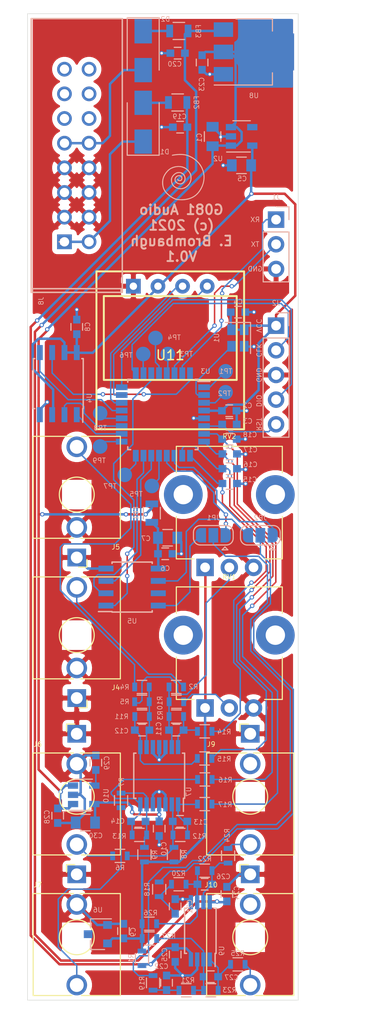
<source format=kicad_pcb>
(kicad_pcb (version 20240108) (generator "pcbnew") (generator_version "8.0")
  (layers (0 "F.Cu" signal) (31 "B.Cu" signal) (34 "B.Paste" user) (35 "F.Paste" user) (36 "B.SilkS" user "B.Silkscreen") (37 "F.SilkS" user "F.Silkscreen") (38 "B.Mask" user) (39 "F.Mask" user) (44 "Edge.Cuts" user))
  (net 0 "")
  (net 1 "+5V")
  (net 2 "GND")
  (net 3 "+3V3")
  (net 4 "/NRST")
  (net 5 "-5VA")
  (net 6 "+3.3VA")
  (net 7 "Net-(C11-Pad2)")
  (net 8 "Net-(C11-Pad1)")
  (net 9 "Net-(C12-Pad2)")
  (net 10 "Net-(C12-Pad1)")
  (net 11 "Net-(C13-Pad2)")
  (net 12 "Net-(C13-Pad1)")
  (net 13 "Net-(C14-Pad2)")
  (net 14 "Net-(C14-Pad1)")
  (net 15 "in_r")
  (net 16 "in_l")
  (net 17 "-12V")
  (net 18 "+12V")
  (net 19 "Net-(C21-Pad1)")
  (net 20 "Net-(C22-Pad1)")
  (net 21 "Net-(C26-Pad2)")
  (net 22 "Net-(C26-Pad1)")
  (net 23 "Net-(C27-Pad1)")
  (net 24 "Net-(C27-Pad2)")
  (net 25 "Net-(C29-Pad1)")
  (net 26 "Net-(D1-Pad2)")
  (net 27 "Net-(D1-Pad1)")
  (net 28 "Net-(D2-Pad1)")
  (net 29 "Net-(D2-Pad2)")
  (net 30 "/USART_TX")
  (net 31 "/USART_RX")
  (net 32 "/SWDIO")
  (net 33 "/SWCLK")
  (net 34 "/I2C2_SCL")
  (net 35 "/I2C2_SDA")
  (net 36 "Net-(J4-PadT)")
  (net 37 "Net-(J5-PadT)")
  (net 38 "Net-(J6-PadT)")
  (net 39 "Net-(J7-PadT)")
  (net 40 "Net-(J8-Pad11)")
  (net 41 "Net-(J8-Pad12)")
  (net 42 "Net-(J8-Pad13)")
  (net 43 "Net-(J8-Pad14)")
  (net 44 "Net-(J8-Pad15)")
  (net 45 "Net-(J8-Pad16)")
  (net 46 "Net-(J9-PadTN)")
  (net 47 "Net-(J9-PadT)")
  (net 48 "Net-(J10-PadTN)")
  (net 49 "Net-(J10-PadT)")
  (net 50 "out_r")
  (net 51 "out_l")
  (net 52 "Net-(R3-Pad2)")
  (net 53 "Net-(R5-Pad2)")
  (net 54 "Net-(TP1-Pad1)")
  (net 55 "Net-(TP2-Pad1)")
  (net 56 "Net-(TP3-Pad1)")
  (net 57 "Net-(TP4-Pad1)")
  (net 58 "Net-(TP5-Pad1)")
  (net 59 "Net-(TP6-Pad1)")
  (net 60 "Net-(TP7-Pad1)")
  (net 61 "Net-(TP8-Pad1)")
  (net 62 "Net-(TP9-Pad1)")
  (net 63 "/CLK12MHz")
  (net 64 "Net-(U2-Pad4)")
  (net 65 "/SPI2_SCK")
  (net 66 "/I2S_CK")
  (net 67 "/SPI2_MOSI")
  (net 68 "/SPI2_MISO")
  (net 69 "/SPI2_NSS")
  (net 70 "/I2S_WS")
  (net 71 "/I2S_SD")
  (net 72 "cv2")
  (net 73 "cv1")
  (net 74 "Net-(U5-Pad7)")
  (net 75 "/VDAC")
  (net 76 "/DAC_R")
  (net 77 "/MCU_R")
  (net 78 "/MCU_L")
  (net 79 "/DAC_L")
  (footprint "footprints:Jack_3.5mm_QingPu_WQP-PJ398SM_Vertical_CircularHoles" (layer "F.Cu") (at 106.6546 100.3554 180)
    (property "Reference" "J5")
    (property "Value" "AudioJack2_SwitchT")
  )
  (footprint "footprints:Jack_3.5mm_QingPu_WQP-PJ398SM_Vertical_CircularHoles" (layer "F.Cu") (at 106.6546 131.4704)
    (property "Reference" "J6")
    (property "Value" "AudioJack2_SwitchT")
  )
  (footprint "footprints:Jack_3.5mm_QingPu_WQP-PJ398SM_Vertical_CircularHoles" (layer "F.Cu") (at 106.6546 145.9484)
    (property "Reference" "J7")
    (property "Value" "AudioJack2_SwitchT")
  )
  (footprint "footprints:Jack_3.5mm_QingPu_WQP-PJ398SM_Vertical_CircularHoles" (layer "F.Cu") (at 124.5616 131.4704)
    (property "Reference" "J9")
    (property "Value" "AudioJack2_SwitchT")
  )
  (footprint "footprints:Potentiometer_TT_P0915N" (layer "F.Cu") (at 122.4026 114.8334)
    (property "Reference" "RV1")
    (property "Value" "10k")
  )
  (footprint "footprints:Potentiometer_TT_P0915N" (layer "F.Cu") (at 122.4026 100.3554)
    (property "Reference" "RV2")
    (property "Value" "10k")
  )
  (footprint "footprints:Jack_3.5mm_QingPu_WQP-PJ398SM_Vertical_CircularHoles" (layer "F.Cu") (at 124.5616 145.9484)
    (property "Reference" "J10")
    (property "Value" "AudioJack2_SwitchT")
  )
  (footprint "footprints:Jack_3.5mm_QingPu_WQP-PJ398SM_Vertical_CircularHoles" (layer "F.Cu") (at 106.6546 114.8334 180)
    (property "Reference" "J4")
    (property "Value" "AudioJack2_SwitchT")
  )
  (footprint "footprints:OLED_I2C_64x32_0.95" (layer "F.Cu") (at 116.3066 85.4964)
    (property "Reference" "U11")
    (property "Value" "OLED_I2C")
  )
  (footprint "Capacitors_SMD:C_0805" (layer "B.Cu") (at 120.6754 63.4746 90)
    (property "Reference" "C1")
    (property "Value" "10uf")
  )
  (footprint "Capacitors_SMD:C_0603" (layer "B.Cu") (at 122.3906 91.7194)
    (property "Reference" "C2")
    (property "Value" "0.1uf")
  )
  (footprint "Capacitors_SMD:C_0603" (layer "B.Cu") (at 122.4146 93.1164)
    (property "Reference" "C3")
    (property "Value" "0.1uf")
  )
  (footprint "Capacitors_SMD:C_0603" (layer "B.Cu") (at 123.3036 81.5594)
    (property "Reference" "C4")
    (property "Value" "0.1uf")
  )
  (footprint "Capacitors_SMD:C_0805" (layer "B.Cu") (at 123.6566 66.4464 180)
    (property "Reference" "C5")
    (property "Value" "10uf")
  )
  (footprint "Capacitors_SMD:C_0603" (layer "B.Cu") (at 115.7866 106.4514)
    (property "Reference" "C6")
    (property "Value" "0.1uf")
  )
  (footprint "Capacitors_SMD:C_0805" (layer "B.Cu") (at 116.0366 104.8004)
    (property "Reference" "C7")
    (property "Value" "10uf")
  )
  (footprint "Capacitors_SMD:C_0603" (layer "B.Cu") (at 106.6546 83.0834 90)
    (property "Reference" "C8")
    (property "Value" "0.1uf")
  )
  (footprint "Capacitors_SMD:C_0603" (layer "B.Cu") (at 111.4806 145.3134 90)
    (property "Reference" "C9")
    (property "Value" "0.1uf")
  )
  (footprint "Capacitors_SMD:C_0603" (layer "B.Cu") (at 115.1636 134.7604 -90)
    (property "Reference" "C10")
    (property "Value" "0.1uf")
  )
  (footprint "Capacitors_SMD:C_0603" (layer "B.Cu") (at 116.9296 124.6124 180)
    (property "Reference" "C11")
    (property "Value" "330pf")
  )
  (footprint "Capacitors_SMD:C_0603" (layer "B.Cu") (at 113.3976 124.6124)
    (property "Reference" "C12")
    (property "Value" "330pf")
  )
  (footprint "Capacitors_SMD:C_0603" (layer "B.Cu") (at 117.3106 134.0104 180)
    (property "Reference" "C13")
    (property "Value" "330pf")
  )
  (footprint "Capacitors_SMD:C_0603" (layer "B.Cu") (at 113.0046 134.0104)
    (property "Reference" "C14")
    (property "Value" "330pf")
  )
  (footprint "Capacitors_SMD:C_0603" (layer "B.Cu") (at 122.4414 99.2124)
    (property "Reference" "C15")
    (property "Value" "0.01uf")
  )
  (footprint "Capacitors_SMD:C_0603" (layer "B.Cu") (at 122.44 96.1644)
    (property "Reference" "C17")
    (property "Value" "0.01uf")
  )
  (footprint "Capacitors_SMD:C_0603" (layer "B.Cu") (at 122.4146 94.6404)
    (property "Reference" "C18")
    (property "Value" "0.01uf")
  )
  (footprint "Capacitors_SMD:C_0603" (layer "B.Cu") (at 117.3226 62.5094 180)
    (property "Reference" "C19")
    (property "Value" "1uf")
  )
  (footprint "Capacitors_SMD:C_0603" (layer "B.Cu") (at 117.0686 54.8894 180)
    (property "Reference" "C20")
    (property "Value" "1uf")
  )
  (footprint "Capacitors_SMD:C_0603" (layer "B.Cu") (at 116.8146 142.7734 90)
    (property "Reference" "C21")
    (property "Value" "4.7nf")
  )
  (footprint "Capacitors_SMD:C_0603" (layer "B.Cu") (at 115.9256 150.6354 90)
    (property "Reference" "C22")
    (property "Value" "4.7nf")
  )
  (footprint "Capacitors_SMD:C_0603" (layer "B.Cu") (at 122.1486 141.5034 90)
    (property "Reference" "C24")
    (property "Value" "0.1uf")
  )
  (footprint "Capacitors_SMD:C_0603" (layer "B.Cu") (at 116.8146 147.7264 90)
    (property "Reference" "C25")
    (property "Value" "0.1uf")
  )
  (footprint "Capacitors_SMD:C_0603" (layer "B.Cu") (at 119.8626 140.4874)
    (property "Reference" "C26")
    (property "Value" "75pf")
  )
  (footprint "Capacitors_SMD:C_0603" (layer "B.Cu") (at 120.4976 150.0124)
    (property "Reference" "C27")
    (property "Value" "75pf")
  )
  (footprint "Capacitors_SMD:C_0603" (layer "B.Cu") (at 104.6861 133.4269 -90)
    (property "Reference" "C28")
    (property "Value" "1uf")
  )
  (footprint "Capacitors_SMD:C_0603" (layer "B.Cu") (at 108.6231 127.9659 90)
    (property "Reference" "C29")
    (property "Value" "0.01uf")
  )
  (footprint "Capacitors_SMD:C_0805" (layer "B.Cu") (at 107.5436 134.1374 180)
    (property "Reference" "C30")
    (property "Value" "10uf")
  )
  (footprint "Diodes_SMD:D_SMA" (layer "B.Cu") (at 113.5126 62.0014 90)
    (property "Reference" "D1")
    (property "Value" "D")
  )
  (footprint "Diodes_SMD:D_SMA" (layer "B.Cu") (at 113.5126 54.6354 -90)
    (property "Reference" "D2")
    (property "Value" "D")
  )
  (footprint "Resistors_SMD:R_0805" (layer "B.Cu") (at 114.4016 102.2604 -90)
    (property "Reference" "FB1")
    (property "Value" "220")
  )
  (footprint "Resistors_SMD:R_0805" (layer "B.Cu") (at 117.0686 59.9694 180)
    (property "Reference" "FB2")
    (property "Value" "220")
  )
  (footprint "Resistors_SMD:R_0805" (layer "B.Cu") (at 117.1956 52.6034 180)
    (property "Reference" "FB3")
    (property "Value" "220")
  )
  (footprint "Pin_Headers:Pin_Header_Straight_1x03_Pitch2.54mm" (layer "B.Cu") (at 127.2286 72.0344 180)
    (property "Reference" "J1")
    (property "Value" "Serial")
  )
  (footprint "Pin_Headers:Pin_Header_Straight_1x05_Pitch2.54mm" (layer "B.Cu") (at 127.2286 82.9564 180)
    (property "Reference" "J2")
    (property "Value" "SWD")
  )
  (footprint "Jumper:SolderJumper-3_P1.3mm_Open_RoundedPad1.0x1.5mm" (layer "B.Cu") (at 120.7516 104.5464 180)
    (property "Reference" "JP1")
    (property "Value" "SolderJumper_3_Open")
  )
  (footprint "Jumper:SolderJumper-3_P1.3mm_Open_RoundedPad1.0x1.5mm" (layer "B.Cu") (at 125.6076 104.5464 180)
    (property "Reference" "JP2")
    (property "Value" "SolderJumper_3_Open")
  )
  (footprint "Resistors_SMD:R_0603" (layer "B.Cu") (at 113.3856 148.1194 -90)
    (property "Reference" "R1")
    (property "Value" "1.5k")
  )
  (footprint "Resistors_SMD:R_0603" (layer "B.Cu") (at 116.9416 121.6914)
    (property "Reference" "R3")
    (property "Value" "49.9k")
  )
  (footprint "Resistors_SMD:R_0603" (layer "B.Cu") (at 113.3856 120.1674 180)
    (property "Reference" "R4")
    (property "Value" "100k")
  )
  (footprint "Resistors_SMD:R_0603" (layer "B.Cu") (at 113.3856 121.6914 180)
    (property "Reference" "R5")
    (property "Value" "49.9k")
  )
  (footprint "Resistors_SMD:R_0603" (layer "B.Cu") (at 111.1116 137.5664 180)
    (property "Reference" "R6")
    (property "Value" "100k")
  )
  (footprint "Resistors_SMD:R_0603" (layer "B.Cu") (at 111.2266 131.8514 -90)
    (property "Reference" "R7")
    (property "Value" "100k")
  )
  (footprint "Resistors_SMD:R_0603" (layer "B.Cu") (at 116.6876 137.4394 90)
    (property "Reference" "R8")
    (property "Value" "100k")
  )
  (footprint "Resistors_SMD:R_0603" (layer "B.Cu") (at 113.6396 137.4394 90)
    (property "Reference" "R9")
    (property "Value" "100k")
  )
  (footprint "Resistors_SMD:R_0603" (layer "B.Cu") (at 116.9296 123.2154 180)
    (property "Reference" "R10")
    (property "Value" "33k")
  )
  (footprint "Resistors_SMD:R_0603" (layer "B.Cu") (at 113.3976 123.2154)
    (property "Reference" "R11")
    (property "Value" "33k")
  )
  (footprint "Resistors_SMD:R_0603" (layer "B.Cu") (at 117.3346 135.4074 180)
    (property "Reference" "R12")
    (property "Value" "33k")
  )
  (footprint "Resistors_SMD:R_0603" (layer "B.Cu") (at 113.1196 135.4074)
    (property "Reference" "R13")
    (property "Value" "33k")
  )
  (footprint "Resistors_SMD:R_0603" (layer "B.Cu") (at 119.8626 124.7394 180)
    (property "Reference" "R14")
    (property "Value" "100")
  )
  (footprint "Resistors_SMD:R_0603" (layer "B.Cu") (at 119.8746 129.6924 180)
    (property "Reference" "R16")
    (property "Value" "100")
  )
  (footprint "Resistors_SMD:R_0603" (layer "B.Cu") (at 119.8626 132.2324 180)
    (property "Reference" "R17")
    (property "Value" "100")
  )
  (footprint "Resistors_SMD:R_0603" (layer "B.Cu") (at 115.1636 141.0074 90)
    (property "Reference" "R18")
    (property "Value" "1k")
  )
  (footprint "Resistors_SMD:R_0603" (layer "B.Cu") (at 114.5286 150.6474 90)
    (property "Reference" "R19")
    (property "Value" "1k")
  )
  (footprint "Resistors_SMD:R_0603" (layer "B.Cu") (at 117.1836 140.4874 180)
    (property "Reference" "R20")
    (property "Value" "16k")
  )
  (footprint "Resistors_SMD:R_0603" (layer "B.Cu") (at 117.9576 151.4094 180)
    (property "Reference" "R21")
    (property "Value" "16k")
  )
  (footprint "Resistors_SMD:R_0603" (layer "B.Cu") (at 119.8626 139.0904 180)
    (property "Reference" "R22")
    (property "Value" "71.5k")
  )
  (footprint "Resistors_SMD:R_0603" (layer "B.Cu") (at 120.4976 151.4094 180)
    (property "Reference" "R23")
    (property "Value" "71.5k")
  )
  (footprint "Resistors_SMD:R_0603" (layer "B.Cu") (at 122.2756 137.5544 -90)
    (property "Reference" "R24")
    (property "Value" "100")
  )
  (footprint "Resistors_SMD:R_0603" (layer "B.Cu") (at 123.2796 148.7424 180)
    (property "Reference" "R25")
    (property "Value" "100")
  )
  (footprint "Measurement_Points:Measurement_Point_Round-SMD-Pad_Small" (layer "B.Cu") (at 122.0216 87.6554 180)
    (property "Reference" "TP1")
    (property "Value" "TestPoint")
  )
  (footprint "Measurement_Points:Measurement_Point_Round-SMD-Pad_Small" (layer "B.Cu") (at 122.0216 89.8144 180)
    (property "Reference" "TP2")
    (property "Value" "TestPoint")
  )
  (footprint "Measurement_Points:Measurement_Point_Round-SMD-Pad_Small" (layer "B.Cu") (at 114.7826 84.2264 180)
    (property "Reference" "TP4")
    (property "Value" "TestPoint")
  )
  (footprint "Measurement_Points:Measurement_Point_Round-SMD-Pad_Small" (layer "B.Cu") (at 114.4016 99.4664 180)
    (property "Reference" "TP5")
    (property "Value" "TestPoint")
  )
  (footprint "Measurement_Points:Measurement_Point_Round-SMD-Pad_Small" (layer "B.Cu") (at 113.5126 85.8774 180)
    (property "Reference" "TP6")
    (property "Value" "TestPoint")
  )
  (footprint "Measurement_Points:Measurement_Point_Round-SMD-Pad_Small" (layer "B.Cu") (at 111.6076 98.3234 180)
    (property "Reference" "TP7")
    (property "Value" "TestPoint")
  )
  (footprint "Measurement_Points:Measurement_Point_Round-SMD-Pad_Small" (layer "B.Cu") (at 109.0676 91.9734 180)
    (property "Reference" "TP8")
    (property "Value" "TestPoint")
  )
  (footprint "Measurement_Points:Measurement_Point_Round-SMD-Pad_Small" (layer "B.Cu") (at 109.0676 95.4024 180)
    (property "Reference" "TP9")
    (property "Value" "TestPoint")
  )
  (footprint "Oscillators:Oscillator_SMD_SeikoEpson_SG210-4pin_2.5x2.0mm" (layer "B.Cu") (at 123.2916 84.2264 -90)
    (property "Reference" "U1")
    (property "Value" "12MHz")
  )
  (footprint "Package_TO_SOT_SMD:SOT-23-5" (layer "B.Cu") (at 123.6726 63.4619)
    (property "Reference" "U2")
    (property "Value" "MCP1802x-xx02xOT")
  )
  (footprint "Housings_QFP:LQFP-32_7x7mm_Pitch0.8mm" (layer "B.Cu") (at 115.5446 92.1004 180)
    (property "Reference" "U3")
    (property "Value" "STM32G081KB")
  )
  (footprint "Housings_SOIC:SOIC-8_3.9x4.9mm_Pitch1.27mm" (layer "B.Cu") (at 112.3696 109.8804)
    (property "Reference" "U5")
    (property "Value" "PT8211")
  )
  (footprint "Package_TO_SOT_SMD:SOT-23" (layer "B.Cu") (at 108.8296 145.6334 180)
    (property "Reference" "U6")
    (property "Value" "LM4040DBZ-5")
  )
  (footprint "Housings_SSOP:TSSOP-14_4.4x5mm_Pitch0.65mm" (layer "B.Cu") (at 115.1636 129.3114 90)
    (property "Reference" "U7")
    (property "Value" "MCP6004")
  )
  (footprint "Package_TO_SOT_SMD:SOT-23-5" (layer "B.Cu") (at 107.3736 131.2774)
    (property "Reference" "U10")
    (property "Value" "LP2985-3.3")
  )
  (footprint "footprints:SOIC-8_208mil_Pitch1.27mm" (layer "B.Cu") (at 104.7496 88.9254 90)
    (property "Reference" "U4")
    (property "Value" "W25Q32JVSS")
  )
  (footprint "TO_SOT_Packages_SMD:SOT-223-3_TabPin2" (layer "B.Cu") (at 124.9426 54.7624)
    (property "Reference" "U8")
    (property "Value" "LM1117-5.0")
  )
  (footprint "Housings_SSOP:TSSOP-8_4.4x3mm_Pitch0.65mm" (layer "B.Cu") (at 119.4106 145.2844 90)
    (property "Reference" "U9")
    (property "Value" "TL072PW")
  )
  (footprint "Resistors_SMD:R_0603" (layer "B.Cu") (at 114.1476 144.5514 180)
    (property "Reference" "R26")
    (property "Value" "71.5k")
  )
  (footprint "Resistors_SMD:R_0603" (layer "B.Cu") (at 114.1596 146.0754 180)
    (property "Reference" "R27")
    (property "Value" "71.5k")
  )
  (footprint "Capacitors_SMD:C_0603" (layer "B.Cu") (at 122.4414 97.6884)
    (property "Reference" "C16")
    (property "Value" "0.01uf")
  )
  (footprint "Capacitors_SMD:C_0603" (layer "B.Cu") (at 119.59336 55.85136 -90)
    (property "Reference" "C23")
    (property "Value" "1uf")
  )
  (footprint "Measurement_Points:Measurement_Point_Round-SMD-Pad_Small" (layer "B.Cu") (at 116.0526 85.8774 180)
    (property "Reference" "TP3")
    (property "Value" "TestPoint")
  )
  (footprint "Resistors_SMD:R_0603" (layer "B.Cu") (at 116.9296 120.1674)
    (property "Reference" "R2")
    (property "Value" "100k")
  )
  (footprint "footprints:5103308-3" (layer "B.Cu") (at 105.3846 74.3204 90)
    (property "Reference" "J8")
    (property "Value" "Conn_02x08_Odd_Even" (hide yes))
  )
  (footprint "Resistors_SMD:R_0603" (layer "B.Cu") (at 119.8506 127.5334 180)
    (property "Reference" "R15")
    (property "Value" "100")
  )
  (footprint "footprints:avatar_small" (layer "B.Cu") (at 116.6876 68.6054 180)
    (property "Reference" "Ref**" (hide yes))
    (property "Value" "Val**" (hide yes))
  )
  (gr_line (start 129.5146 50.8254) (end 129.5146 152.4254) (stroke (width 0.05)) (layer "Edge.Cuts"))
  (gr_line (start 129.5146 152.4254) (end 101.5746 152.4254) (stroke (width 0.05)) (layer "Edge.Cuts"))
  (gr_line (start 101.5746 50.8254) (end 129.5146 50.8254) (stroke (width 0.05)) (layer "Edge.Cuts"))
  (gr_line (start 101.5746 152.4254) (end 101.5746 50.8254) (stroke (width 0.05)) (layer "Edge.Cuts"))
  (gr_text "RST" (at 125.4506 93.1164 270) (layer "B.SilkS") (effects (font (size 0.5 0.5) (thickness 0.07)) (justify mirror)))
  (gr_text "DIO" (at 125.4506 90.7034 270) (layer "B.SilkS") (effects (font (size 0.5 0.5) (thickness 0.07)) (justify mirror)))
  (gr_text "RX" (at 125.0696 72.0344 0) (layer "B.SilkS") (effects (font (size 0.5 0.5) (thickness 0.07)) (justify mirror)))
  (gr_text "TX" (at 125.0696 74.5744 0) (layer "B.SilkS") (effects (font (size 0.5 0.5) (thickness 0.07)) (justify mirror)))
  (gr_text "G081 Audio\n(c) 2021\nE. Brombaugh\nV0.1" (at 117.4496 73.4314 0) (layer "B.SilkS") (effects (font (size 1 1) (thickness 0.2)) (justify mirror)))
  (gr_text "GND" (at 125.4506 88.0364 270) (layer "B.SilkS") (effects (font (size 0.5 0.5) (thickness 0.07)) (justify mirror)))
  (gr_text "VCC" (at 125.4506 82.9564 270) (layer "B.SilkS") (effects (font (size 0.5 0.5) (thickness 0.07)) (justify mirror)))
  (gr_text "GND" (at 125.0696 77.1144 0) (layer "B.SilkS") (effects (font (size 0.5 0.5) (thickness 0.07)) (justify mirror)))
  (gr_text "CLK" (at 125.4506 85.4964 270) (layer "B.SilkS") (effects (font (size 0.5 0.5) (thickness 0.07)) (justify mirror)))
  (segment (start 102.71761 128.67641) (end 105.0036 130.9624) (width 0.254) (layer "F.Cu") (net 1))
  (segment (start 103.6066 83.3374) (end 103.6066 83.4644) (width 0.254) (layer "F.Cu") (net 1))
  (segment (start 102.71761 90.19541) (end 102.71761 102.51441) (width 0.254) (layer "F.Cu") (net 1))
  (segment (start 111.7346 102.3874) (end 113.7666 102.3874) (width 0.254) (layer "F.Cu") (net 1))
  (segment (start 102.7176 102.3874) (end 103.0986 102.3874) (width 0.254) (layer "F.Cu") (net 1))
  (segment (start 102.71761 102.51441) (end 102.71761 128.67641) (width 0.254) (layer "F.Cu") (net 1))
  (segment (start 102.71761 84.35339) (end 102.71761 90.19541) (width 0.254) (layer "F.Cu") (net 1))
  (segment (start 103.6066 83.4644) (end 102.71761 84.35339) (width 0.254) (layer "F.Cu") (net 1))
  (via (at 103.0986 102.3874) (size 0.4572) (drill 0.254) (layers "F.Cu" "B.Cu") (net 1))
  (via (at 111.7346 102.3874) (size 0.4572) (drill 0.254) (layers "F.Cu" "B.Cu") (net 1))
  (via (at 113.7666 102.3874) (size 0.4572) (drill 0.254) (layers "F.Cu" "B.Cu") (net 1))
  (via (at 103.6066 83.3374) (size 0.4572) (drill 0.254) (layers "F.Cu" "B.Cu") (net 1))
  (via (at 105.0036 130.9624) (size 0.4572) (drill 0.254) (layers "F.Cu" "B.Cu") (net 1))
  (segment (start 114.4016 101.7524) (end 113.7666 102.3874) (width 0.254) (layer "B.Cu") (net 1))
  (segment (start 121.7926 54.7624) (end 119.93232 54.7624) (width 0.254) (layer "B.Cu") (net 1))
  (segment (start 103.835199 83.108801) (end 103.6066 83.3374) (width 0.254) (layer "B.Cu") (net 1))
  (segment (start 122.420602 54.7624) (end 121.7926 54.7624) (width 0.254) (layer "B.Cu") (net 1))
  (segment (start 103.0986 102.3874) (end 111.3536 102.3874) (width 0.254) (layer "B.Cu") (net 1))
  (segment (start 120.7381 64.4119) (end 120.6754 64.4746) (width 0.254) (layer "B.Cu") (net 1))
  (segment (start 128.0926 54.7624) (end 121.7926 54.7624) (width 0.254) (layer "B.Cu") (net 1))
  (segment (start 104.9401 132.4229) (end 104.6861 132.6769) (width 0.254) (layer "B.Cu") (net 1))
  (segment (start 120.6754 66.2686) (end 103.835199 83.108801) (width 0.254) (layer "B.Cu") (net 1))
  (segment (start 106.2736 130.3274) (end 105.4896 130.3274) (width 0.254) (layer "B.Cu") (net 1))
  (segment (start 123.1671 62.5119) (end 122.5726 62.5119) (width 0.254) (layer "B.Cu") (net 1))
  (segment (start 123.046601 62.037899) (end 123.046601 55.388399) (width 0.254) (layer "B.Cu") (net 1))
  (segment (start 111.3536 102.3874) (end 111.7346 102.3874) (width 0.254) (layer "B.Cu") (net 1))
  (segment (start 105.8241 132.6769) (end 106.2736 132.2274) (width 0.254) (layer "B.Cu") (net 1))
  (segment (start 122.5726 62.5119) (end 123.046601 62.037899) (width 0.254) (layer "B.Cu") (net 1))
  (segment (start 123.046601 55.388399) (end 122.420602 54.7624) (width 0.254) (layer "B.Cu") (net 1))
  (segment (start 119.93232 54.7624) (end 119.59336 55.10136) (width 0.254) (layer "B.Cu") (net 1))
  (segment (start 123.6726 63.9064) (end 123.6726 63.0174) (width 0.254) (layer "B.Cu") (net 1))
  (segment (start 105.4896 130.3274) (end 104.9401 130.8769) (width 0.254) (layer "B.Cu") (net 1))
  (segment (start 104.6861 132.6769) (end 105.8241 132.6769) (width 0.254) (layer "B.Cu") (net 1))
  (segment (start 104.9401 130.8769) (end 104.9401 132.4229) (width 0.254) (layer "B.Cu") (net 1))
  (segment (start 122.5726 64.4119) (end 120.7381 64.4119) (width 0.254) (layer "B.Cu") (net 1))
  (segment (start 123.6726 63.0174) (end 123.1671 62.5119) (width 0.254) (layer "B.Cu") (net 1))
  (segment (start 123.1671 64.4119) (end 123.6726 63.9064) (width 0.254) (layer "B.Cu") (net 1))
  (segment (start 120.6754 64.4746) (end 120.6754 66.2686) (width 0.254) (layer "B.Cu") (net 1))
  (segment (start 122.5726 64.4119) (end 123.1671 64.4119) (width 0.254) (layer "B.Cu") (net 1))
  (segment (start 114.4016 101.3104) (end 114.4016 101.7524) (width 0.254) (layer "B.Cu") (net 1))
  (via (at 124.079 99.2378) (size 0.4572) (drill 0.254) (layers "F.Cu" "B.Cu") (net 2))
  (via (at 124.0536 94.6404) (size 0.4572) (drill 0.254) (layers "F.Cu" "B.Cu") (net 2))
  (via (at 117.5766 149.8854) (size 0.4572) (drill 0.254) (layers "F.Cu" "B.Cu") (net 2))
  (via (at 115.4176 62.5094) (size 0.4572) (drill 0.254) (layers "F.Cu" "B.Cu") (net 2))
  (via (at 115.1636 127.6604) (size 0.4572) (drill 0.254) (layers "F.Cu" "B.Cu") (net 2))
  (via (at 115.1636 136.4234) (size 0.4572) (drill 0.254) (layers "F.Cu" "B.Cu") (net 2))
  (via (at 117.5886 142.0234) (size 0.4572) (drill 0.254) (layers "F.Cu" "B.Cu") (net 2))
  (via (at 103.606592 90.8304) (size 0.4572) (drill 0.254) (layers "F.Cu" "B.Cu") (net 2))
  (via (at 117.4496 106.4514) (size 0.4572) (drill 0.254) (layers "F.Cu" "B.Cu") (net 2))
  (via (at 124.079 96.1898) (size 0.4572) (drill 0.254) (layers "F.Cu" "B.Cu") (net 2))
  (via (at 120.3846 57.0624) (size 0.4572) (drill 0.254) (layers "F.Cu" "B.Cu") (net 2))
  (via (at 124.1806 91.7194) (size 0.4572) (drill 0.254) (layers "F.Cu" "B.Cu") (net 2))
  (via (at 106.6546 81.3054) (size 0.4572) (drill 0.254) (layers "F.Cu" "B.Cu") (net 2))
  (via (at 121.7676 66.4464) (size 0.4572) (drill 0.254) (layers "F.Cu" "B.Cu") (net 2))
  (via (at 124.9426 81.5594) (size 0.4572) (drill 0.254) (layers "F.Cu" "B.Cu") (net 2))
  (via (at 124.9426 85.1154) (size 0.4572) (drill 0.254) (layers "F.Cu" "B.Cu") (net 2))
  (via (at 115.4176 54.8894) (size 0.4572) (drill 0.254) (layers "F.Cu" "B.Cu") (net 2))
  (via (at 115.1636 130.9624) (size 0.4572) (drill 0.254) (layers "F.Cu" "B.Cu") (net 2))
  (via (at 124.079 97.7646) (size 0.4572) (drill 0.254) (layers "F.Cu" "B.Cu") (net 2))
  (via (at 121.5136 63.5254) (size 0.4572) (drill 0.254) (layers "F.Cu" "B.Cu") (net 2))
  (via (at 118.7196 92.4814) (size 0.4572) (drill 0.254) (layers "F.Cu" "B.Cu") (net 2))
  (segment (start 120.3846 57.0624) (end 120.0544 57.0624) (width 0.254) (layer "B.Cu") (net 2))
  (segment (start 117.5766 149.8854) (end 118.4656 149.8854) (width 0.254) (layer "B.Cu") (net 2))
  (segment (start 117.5886 142.0234) (end 118.1246 142.0234) (width 0.254) (layer "B.Cu") (net 2))
  (segment (start 115.8136 127.0104) (end 115.1636 127.6604) (width 0.254) (layer "B.Cu") (net 2))
  (segment (start 107.4801 131.6999) (end 107.0576 131.2774) (width 0.254) (layer "B.Cu") (net 2))
  (segment (start 124.1806 91.7194) (end 123.1406 91.7194) (width 0.254) (layer "B.Cu") (net 2))
  (segment (start 107.5291 127.2159) (end 106.6546 128.0904) (width 0.254) (layer "B.Cu") (net 2))
  (segment (start 116.8146 142.0234) (end 117.5886 142.0234) (width 0.254) (layer "B.Cu") (net 2))
  (segment (start 119.7946 92.5004) (end 118.7386 92.5004) (width 0.254) (layer "B.Cu") (net 2))
  (segment (start 102.8446 91.592392) (end 103.606592 90.8304) (width 0.254) (layer "B.Cu") (net 2))
  (segment (start 124.079 96.1898) (end 123.2154 96.1898) (width 0.254) (layer "B.Cu") (net 2))
  (segment (start 104.6861 134.1769) (end 106.5041 134.1769) (width 0.254) (layer "B.Cu") (net 2))
  (segment (start 106.5041 134.1769) (end 106.5436 134.1374) (width 0.254) (layer "B.Cu") (net 2))
  (segment (start 116.8146 148.5914) (end 116.8146 149.1234) (width 0.254) (layer "B.Cu") (net 2))
  (segment (start 107.7946 107.9754) (end 106.6546 106.8354) (width 0.254) (layer "B.Cu") (net 2))
  (segment (start 123.1646 91.7434) (end 123.1406 91.7194) (width 0.254) (layer "B.Cu") (net 2))
  (segment (start 124.0536 94.6404) (end 123.1646 94.6404) (width 0.254) (layer "B.Cu") (net 2))
  (segment (start 108.6231 127.2159) (end 107.5291 127.2159) (width 0.254) (layer "B.Cu") (net 2))
  (segment (start 107.057601 128.493401) (end 106.6546 128.0904) (width 0.254) (layer "B.Cu") (net 2))
  (segment (start 115.4936 130.9624) (end 115.1636 130.9624) (width 0.254) (layer "B.Cu") (net 2))
  (segment (start 109.9496 144.5634) (end 109.8296 144.6834) (width 0.254) (layer "B.Cu") (net 2))
  (segment (start 121.5136 63.5254) (end 121.5136 63.3128) (width 0.254) (layer "B.Cu") (net 2))
  (segment (start 115.1636 130.9624) (end 114.840311 130.9624) (width 0.254) (layer "B.Cu") (net 2))
  (segment (start 123.9806 85.1154) (end 123.9416 85.0764) (width 0.254) (layer "B.Cu") (net 2))
  (segment (start 118.1246 142.0234) (end 118.4356 142.3344) (width 0.254) (layer "B.Cu") (net 2))
  (segment (start 116.3186 54.8894) (end 115.4176 54.8894) (width 0.254) (layer "B.Cu") (net 2))
  (segment (start 106.6546 142.5684) (end 108.7696 144.6834) (width 0.254) (layer "B.Cu") (net 2))
  (segment (start 124.079 97.7646) (end 123.2676 97.7646) (width 0.254) (layer "B.Cu") (net 2))
  (segment (start 106.8476 131.2774) (end 107.057601 131.067399) (width 0.254) (layer "B.Cu") (net 2))
  (segment (start 114.5136 126.3614) (end 114.5136 127.0104) (width 0.254) (layer "B.Cu") (net 2))
  (segment (start 114.5136 127.0104) (end 115.1636 127.6604) (width 0.254) (layer "B.Cu") (net 2))
  (segment (start 107.4801 133.2009) (end 107.4801 131.6999) (width 0.254) (layer "B.Cu") (net 2))
  (segment (start 123.2168 99.2378) (end 123.1914 99.2124) (width 0.254) (layer "B.Cu") (net 2))
  (segment (start 123.4336 139.4684) (end 122.1486 140.7534) (width 0.254) (layer "B.Cu") (net 2))
  (segment (start 116.5366 106.4514) (end 117.4496 106.4514) (width 0.254) (layer "B.Cu") (net 2))
  (segment (start 118.7386 92.5004) (end 118.7196 92.4814) (width 0.254) (layer "B.Cu") (net 2))
  (segment (start 121.7926 57.0624) (end 120.3846 57.0624) (width 0.254) (layer "B.Cu") (net 2))
  (segment (start 116.8146 149.1234) (end 117.5766 149.8854) (width 0.254) (layer "B.Cu") (net 2))
  (segment (start 106.5436 134.1374) (end 107.4801 133.2009) (width 0.254) (layer "B.Cu") (net 2))
  (segment (start 109.6696 107.9754) (end 107.7946 107.9754) (width 0.254) (layer "B.Cu") (net 2))
  (segment (start 107.0576 131.2774) (end 106.2736 131.2774) (width 0.254) (layer "B.Cu") (net 2))
  (segment (start 120.0544 57.0624) (end 119.59336 56.60136) (width 0.254) (layer "B.Cu") (net 2))
  (segment (start 115.9256 149.8854) (end 117.5766 149.8854) (width 0.254) (layer "B.Cu") (net 2))
  (segment (start 115.8136 131.2824) (end 115.4936 130.9624) (width 0.254) (layer "B.Cu") (net 2))
  (segment (start 118.4656 149.8854) (end 119.0856 149.2654) (width 0.254) (layer "B.Cu") (net 2))
  (segment (start 117.4496 106.4514) (end 117.4496 105.2134) (width 0.254) (layer "B.Cu") (net 2))
  (segment (start 124.9426 81.5594) (end 124.0536 81.5594) (width 0.254) (layer "B.Cu") (net 2))
  (segment (start 119.0856 149.2654) (end 119.0856 148.2344) (width 0.254) (layer "B.Cu") (net 2))
  (segment (start 114.840311 130.9624) (end 114.5136 131.289111) (width 0.254) (layer "B.Cu") (net 2))
  (segment (start 124.079 99.2378) (end 123.2168 99.2378) (width 0.254) (layer "B.Cu") (net 2))
  (segment (start 114.5136 131.289111) (end 114.5136 132.2614) (width 0.254) (layer "B.Cu") (net 2))
  (segment (start 106.6546 81.3054) (end 106.6546 82.3334) (width 0.254) (layer "B.Cu") (net 2))
  (segment (start 122.5726 63.4619) (end 121.5771 63.4619) (width 0.254) (layer "B.Cu") (net 2))
  (segment (start 123.2154 96.1898) (end 123.19 96.1644) (width 0.254) (layer "B.Cu") (net 2))
  (segment (start 115.8136 132.2614) (end 115.8136 131.2824) (width 0.254) (layer "B.Cu") (net 2))
  (segment (start 111.4806 144.5634) (end 109.9496 144.5634) (width 0.254) (layer "B.Cu") (net 2))
  (segment (start 102.8446 92.1254) (end 102.8446 91.592392) (width 0.254) (layer "B.Cu") (net 2))
  (segment (start 123.1646 93.1164) (end 123.1646 91.7434) (width 0.254) (layer "B.Cu") (net 2))
  (segment (start 123.2676 97.7646) (end 123.1914 97.6884) (width 0.254) (layer "B.Cu") (net 2))
  (segment (start 124.5616 139.4684) (end 123.4336 139.4684) (width 0.254) (layer "B.Cu") (net 2))
  (segment (start 108.7696 144.6834) (end 109.8296 144.6834) (width 0.254) (layer "B.Cu") (net 2))
  (segment (start 116.5726 62.5094) (end 115.4176 62.5094) (width 0.254) (layer "B.Cu") (net 2))
  (segment (start 107.057601 131.067399) (end 107.057601 128.493401) (width 0.254) (layer "B.Cu") (net 2))
  (segment (start 115.8136 126.3614) (end 115.8136 127.0104) (width 0.254) (layer "B.Cu") (net 2))
  (segment (start 122.6566 66.4464) (end 121.7676 66.4464) (width 0.254) (layer "B.Cu") (net 2))
  (segment (start 124.9426 85.1154) (end 123.9806 85.1154) (width 0.254) (layer "B.Cu") (net 2))
  (segment (start 115.1636 135.5104) (end 115.1636 136.4234) (width 0.254) (layer "B.Cu") (net 2))
  (segment (start 115.1636 126.3614) (end 115.1636 127.6604) (width 0.254) (layer "B.Cu") (net 2))
  (segment (start 121.5771 63.4619) (end 121.5136 63.5254) (width 0.254) (layer "B.Cu") (net 2))
  (segment (start 117.4496 105.2134) (end 117.0366 104.8004) (width 0.254) (layer "B.Cu") (net 2))
  (segment (start 106.2736 131.2774) (end 106.8476 131.2774) (width 0.254) (layer "B.Cu") (net 2))
  (segment (start 121.5136 63.3128) (end 120.6754 62.4746) (width 0.254) (layer "B.Cu") (net 2))
  (segment (start 129.21019 79.87081) (end 129.21019 70.45999) (width 0.254) (layer "F.Cu") (net 3))
  (segment (start 128.1176 69.3674) (end 124.6886 69.3674) (width 0.254) (layer "F.Cu") (net 3))
  (segment (start 129.21019 70.45999) (end 128.1176 69.3674) (width 0.254) (layer "F.Cu") (net 3))
  (segment (start 127.2286 82.9564) (end 127.2286 81.8524) (width 0.254) (layer "F.Cu") (net 3))
  (segment (start 127.2286 81.8524) (end 129.21019 79.87081) (width 0.254) (layer "F.Cu") (net 3))
  (via (at 124.6886 69.3674) (size 0.4572) (drill 0.254) (layers "F.Cu" "B.Cu") (net 3))
  (segment (start 106.6546 85.7254) (end 105.3846 85.7254) (width 0.254) (layer "B.Cu") (net 3))
  (segment (start 104.9908 84.3026) (end 105.3846 84.6964) (width 0.254) (layer "B.Cu") (net 3))
  (segment (start 104.216202 89.52991) (end 102.108 87.421708) (width 0.254) (layer "B.Cu") (net 3))
  (segment (start 122.269601 91.090399) (end 123.920601 91.090399) (width 0.254) (layer "B.Cu") (net 3))
  (segment (start 121.6406 91.7194) (end 119.8136 91.7194) (width 0.254) (layer "B.Cu") (net 3))
  (segment (start 121.6406 91.7194) (end 122.269601 91.090399) (width 0.254) (layer "B.Cu") (net 3))
  (segment (start 102.108 87.421708) (end 102.108 84.884078) (width 0.254) (layer "B.Cu") (net 3))
  (segment (start 106.6796 85.7504) (end 106.6546 85.7254) (width 0.254) (layer "B.Cu") (net 3))
  (segment (start 104.1146 92.1254) (end 104.216202 92.023798) (width 0.254) (layer "B.Cu") (net 3))
  (segment (start 108.3056 85.7504) (end 106.6796 85.7504) (width 0.254) (layer "B.Cu") (net 3))
  (segment (start 124.7726 66.3304) (end 124.6566 66.4464) (width 0.254) (layer "B.Cu") (net 3))
  (segment (start 127.2286 82.9564) (end 124.3616 82.9564) (width 0.254) (layer "B.Cu") (net 3))
  (segment (start 123.920601 91.090399) (end 125.425201 89.585799) (width 0.254) (layer "B.Cu") (net 3))
  (segment (start 102.689478 84.3026) (end 104.9908 84.3026) (width 0.254) (layer "B.Cu") (net 3))
  (segment (start 105.3846 84.6964) (end 105.3846 85.7254) (width 0.254) (layer "B.Cu") (net 3))
  (segment (start 124.6566 69.3994) (end 108.3056 85.7504) (width 0.254) (layer "B.Cu") (net 3))
  (segment (start 124.7726 64.4119) (end 124.7726 66.3304) (width 0.254) (layer "B.Cu") (net 3))
  (segment (start 125.425201 84.759799) (end 127.2286 82.9564) (width 0.254) (layer "B.Cu") (net 3))
  (segment (start 104.216202 92.023798) (end 104.216202 89.52991) (width 0.254) (layer "B.Cu") (net 3))
  (segment (start 119.8136 91.7194) (end 119.7946 91.7004) (width 0.254) (layer "B.Cu") (net 3))
  (segment (start 102.108 84.884078) (end 102.689478 84.3026) (width 0.254) (layer "B.Cu") (net 3))
  (segment (start 123.9416 83.3764) (end 122.6416 83.3764) (width 0.254) (layer "B.Cu") (net 3))
  (segment (start 122.5536 83.2884) (end 122.6416 83.3764) (width 0.254) (layer "B.Cu") (net 3))
  (segment (start 124.3616 82.9564) (end 123.9416 83.3764) (width 0.254) (layer "B.Cu") (net 3))
  (segment (start 125.425201 89.585799) (end 125.425201 84.759799) (width 0.254) (layer "B.Cu") (net 3))
  (segment (start 122.5536 81.5594) (end 122.5536 83.2884) (width 0.254) (layer "B.Cu") (net 3))
  (segment (start 106.6546 83.8334) (end 106.6546 85.7254) (width 0.254) (layer "B.Cu") (net 3))
  (segment (start 124.6566 66.4464) (end 124.6566 69.3994) (width 0.254) (layer "B.Cu") (net 3))
  (segment (start 127.2286 93.1164) (end 126.4666 93.8784) (width 0.1524) (layer "B.Cu") (net 4))
  (segment (start 122.4266 93.8784) (end 121.6646 93.1164) (width 0.1524) (layer "B.Cu") (net 4))
  (segment (start 119.7946 93.3004) (end 121.4806 93.3004) (width 0.1524) (layer "B.Cu") (net 4))
  (segment (start 121.4806 93.3004) (end 121.6646 93.1164) (width 0.1524) (layer "B.Cu") (net 4))
  (segment (start 126.4666 93.8784) (end 122.4266 93.8784) (width 0.1524) (layer "B.Cu") (net 4))
  (segment (start 119.932001 107.884801) (end 119.9026 107.8554) (width 0.254) (layer "F.Cu") (net 5))
  (segment (start 119.932001 122.303999) (end 119.932001 107.884801) (width 0.254) (layer "F.Cu") (net 5))
  (segment (start 119.9026 122.3334) (end 119.932001 122.303999) (width 0.254) (layer "F.Cu") (net 5))
  (segment (start 113.3856 147.2304) (end 113.3856 146.0994) (width 0.254) (layer "B.Cu") (net 5))
  (segment (start 113.4096 146.0754) (end 111.4926 146.0754) (width 0.254) (layer "B.Cu") (net 5))
  (segment (start 116.6876 138.1894) (end 117.2076 138.1894) (width 0.254) (layer "B.Cu") (net 5))
  (segment (start 113.6396 138.1894) (end 116.6876 138.1894) (width 0.254) (layer "B.Cu") (net 5))
  (segment (start 119.9026 135.4944) (end 119.9026 122.3334) (width 0.254) (layer "B.Cu") (net 5))
  (segment (start 111.4926 146.0754) (end 111.4806 146.0634) (width 0.254) (layer "B.Cu") (net 5))
  (segment (start 111.4806 146.0634) (end 110.3496 146.0634) (width 0.254) (layer "B.Cu") (net 5))
  (segment (start 113.3976 138.4314) (end 113.6396 138.1894) (width 0.254) (layer "B.Cu") (net 5))
  (segment (start 117.2076 138.1894) (end 119.9026 135.4944) (width 0.254) (layer "B.Cu") (net 5))
  (segment (start 113.3976 144.5514) (end 113.3976 146.0634) (width 0.254) (layer "B.Cu") (net 5))
  (segment (start 113.3856 146.0994) (end 113.4096 146.0754) (width 0.254) (layer "B.Cu") (net 5))
  (segment (start 110.3496 146.0634) (end 109.8296 146.5834) (width 0.254) (layer "B.Cu") (net 5))
  (segment (start 113.3976 144.5514) (end 113.3976 138.4314) (width 0.254) (layer "B.Cu") (net 5))
  (segment (start 113.3976 146.0634) (end 113.4096 146.0754) (width 0.254) (layer "B.Cu") (net 5))
  (segment (start 115.1636 133.3119) (end 112.6236 133.3119) (width 0.254) (layer "F.Cu") (net 6))
  (segment (start 112.6236 133.3119) (end 112.3696 133.0579) (width 0.254) (layer "F.Cu") (net 6))
  (via (at 115.1636 133.3119) (size 0.4572) (drill 0.254) (layers "F.Cu" "B.Cu") (net 6))
  (via (at 112.3696 133.0579) (size 0.4572) (drill 0.254) (layers "F.Cu" "B.Cu") (net 6))
  (segment (start 115.1636 133.3119) (end 115.1636 132.2614) (width 0.254) (layer "B.Cu") (net 6))
  (segment (start 112.3696 133.0579) (end 112.3696 133.0579) (width 0.254) (layer "B.Cu") (net 6))
  (segment (start 111.900121 132.071999) (end 112.3696 132.541478) (width 0.254) (layer "B.Cu") (net 6))
  (segment (start 112.3696 132.541478) (end 112.3696 133.0579) (width 0.254) (layer "B.Cu") (net 6))
  (segment (start 108.5436 134.1374) (end 108.5436 132.2974) (width 0.254) (layer "B.Cu") (net 6))
  (segment (start 108.5436 132.2974) (end 108.4736 132.2274) (width 0.254) (layer "B.Cu") (net 6))
  (segment (start 115.1636 134.0104) (end 115.1636 133.3119) (width 0.254) (layer "B.Cu") (net 6))
  (segment (start 108.629001 132.071999) (end 111.900121 132.071999) (width 0.254) (layer "B.Cu") (net 6))
  (segment (start 108.4736 132.2274) (end 108.629001 132.071999) (width 0.254) (layer "B.Cu") (net 6))
  (segment (start 116.4636 124.8964) (end 116.1796 124.6124) (width 0.1524) (layer "B.Cu") (net 7))
  (segment (start 116.4636 126.3614) (end 116.4636 124.8964) (width 0.1524) (layer "B.Cu") (net 7))
  (segment (start 116.1796 123.2154) (end 116.1796 121.8184) (width 0.1524) (layer "B.Cu") (net 7))
  (segment (start 116.1796 124.6124) (end 116.1796 123.2154) (width 0.1524) (layer "B.Cu") (net 7))
  (segment (start 116.1796 121.8184) (end 116.1796 120.1674) (width 0.1524) (layer "B.Cu") (net 7))
  (segment (start 117.6796 124.6124) (end 117.6796 123.2154) (width 0.1524) (layer "B.Cu") (net 8))
  (segment (start 117.6796 124.6124) (end 119.2276 124.6124) (width 0.1524) (layer "B.Cu") (net 8))
  (segment (start 117.1136 126.3614) (end 117.1136 125.1784) (width 0.1524) (layer "B.Cu") (net 8))
  (segment (start 117.1136 125.1784) (end 117.6796 124.6124) (width 0.1524) (layer "B.Cu") (net 8))
  (segment (start 114.1476 121.8424) (end 114.1236 121.8184) (width 0.1524) (layer "B.Cu") (net 9))
  (segment (start 114.1476 124.6124) (end 114.1476 123.2154) (width 0.1524) (layer "B.Cu") (net 9))
  (segment (start 113.8636 124.8964) (end 114.1476 124.6124) (width 0.1524) (layer "B.Cu") (net 9))
  (segment (start 114.1476 123.2154) (end 114.1476 121.8424) (width 0.1524) (layer "B.Cu") (net 9))
  (segment (start 113.8636 126.3614) (end 113.8636 124.8964) (width 0.1524) (layer "B.Cu") (net 9))
  (segment (start 114.1236 121.8184) (end 114.1236 120.4214) (width 0.1524) (layer "B.Cu") (net 9))
  (segment (start 119.1006 127.5334) (end 118.516399 128.117601) (width 0.1524) (layer "B.Cu") (net 10))
  (segment (start 113.2136 127.7424) (end 113.2136 126.3614) (width 0.1524) (layer "B.Cu") (net 10))
  (segment (start 118.516399 128.117601) (end 113.588801 128.117601) (width 0.1524) (layer "B.Cu") (net 10))
  (segment (start 113.588801 128.117601) (end 113.2136 127.7424) (width 0.1524) (layer "B.Cu") (net 10))
  (segment (start 113.2136 125.1784) (end 112.6476 124.6124) (width 0.1524) (layer "B.Cu") (net 10))
  (segment (start 113.2136 126.3614) (end 113.2136 125.1784) (width 0.1524) (layer "B.Cu") (net 10))
  (segment (start 112.6476 124.6124) (end 112.6476 123.2154) (width 0.1524) (layer "B.Cu") (net 10))
  (segment (start 116.5606 135.3834) (end 116.5846 135.4074) (width 0.1524) (layer "B.Cu") (net 11))
  (segment (start 116.5846 136.5864) (end 116.6876 136.6894) (width 0.1524) (layer "B.Cu") (net 11))
  (segment (start 116.5606 132.3594) (end 116.5606 134.0104) (width 0.1524) (layer "B.Cu") (net 11))
  (segment (start 116.5846 135.4074) (end 116.5846 136.5864) (width 0.1524) (layer "B.Cu") (net 11))
  (segment (start 116.5606 134.0104) (end 116.5606 135.3834) (width 0.1524) (layer "B.Cu") (net 11))
  (segment (start 116.4636 132.2624) (end 116.5606 132.3594) (width 0.1524) (layer "B.Cu") (net 11))
  (segment (start 116.4636 132.2614) (end 116.4636 132.2624) (width 0.1524) (layer "B.Cu") (net 11))
  (segment (start 111.8616 137.5664) (end 115.8106 137.5664) (width 0.1524) (layer "B.Cu") (net 11))
  (segment (start 115.8106 137.5664) (end 116.6876 136.6894) (width 0.1524) (layer "B.Cu") (net 11))
  (segment (start 118.0846 134.0344) (end 118.0606 134.0104) (width 0.1524) (layer "B.Cu") (net 12))
  (segment (start 118.0846 135.4074) (end 118.0846 134.0344) (width 0.1524) (layer "B.Cu") (net 12))
  (segment (start 117.7036 134.0104) (end 118.0606 134.0104) (width 0.1524) (layer "B.Cu") (net 12))
  (segment (start 117.1136 132.2614) (end 117.1136 133.4204) (width 0.1524) (layer "B.Cu") (net 12))
  (segment (start 119.0836 132.2614) (end 119.1126 132.2324) (width 0.1524) (layer "B.Cu") (net 12))
  (segment (start 117.1136 132.2614) (end 119.0836 132.2614) (width 0.1524) (layer "B.Cu") (net 12))
  (segment (start 117.1136 133.4204) (end 117.7036 134.0104) (width 0.1524) (layer "B.Cu") (net 12))
  (segment (start 113.6396 136.6894) (end 113.6396 135.6374) (width 0.1524) (layer "B.Cu") (net 13))
  (segment (start 113.8636 132.2614) (end 113.8636 131.4404) (width 0.1524) (layer "B.Cu") (net 13))
  (segment (start 113.5246 131.1014) (end 111.2266 131.1014) (width 0.1524) (layer "B.Cu") (net 13))
  (segment (start 113.8696 135.4074) (end 113.8696 134.0104) (width 0.1524) (layer "B.Cu") (net 13))
  (segment (start 113.8696 132.2674) (end 113.8636 132.2614) (width 0.1524) (layer "B.Cu") (net 13))
  (segment (start 113.6396 135.6374) (end 113.8696 135.4074) (width 0.1524) (layer "B.Cu") (net 13))
  (segment (start 113.8636 131.4404) (end 113.5246 131.1014) (width 0.1524) (layer "B.Cu") (net 13))
  (segment (start 113.8696 134.0104) (end 113.8696 132.2674) (width 0.1524) (layer "B.Cu") (net 13))
  (segment (start 110.2106 131.196882) (end 110.674618 131.6609) (width 0.1524) (layer "B.Cu") (net 14))
  (segment (start 112.6131 131.6609) (end 113.2136 132.2614) (width 0.1524) (layer "B.Cu") (net 14))
  (segment (start 110.2106 131.005918) (end 110.2106 131.196882) (width 0.1524) (layer "B.Cu") (net 14))
  (segment (start 113.2136 133.1664) (end 112.3696 134.0104) (width 0.1524) (layer "B.Cu") (net 14))
  (segment (start 111.524118 129.6924) (end 110.2106 131.005918) (width 0.1524) (layer "B.Cu") (net 14))
  (segment (start 110.674618 131.6609) (end 112.6131 131.6609) (width 0.1524) (layer "B.Cu") (net 14))
  (segment (start 119.1246 129.6924) (end 111.524118 129.6924) (width 0.1524) (layer "B.Cu") (net 14))
  (segment (start 113.2136 132.2614) (end 113.2136 133.1664) (width 0.1524) (layer "B.Cu") (net 14))
  (segment (start 112.3696 135.4074) (end 112.3696 134.0104) (width 0.1524) (layer "B.Cu") (net 14))
  (segment (start 122.9106 97.3328) (end 122.9106 101.4476) (width 0.1524) (layer "F.Cu") (net 15))
  (segment (start 126.898411 105.435411) (end 126.898411 108.762791) (width 0.1524) (layer "F.Cu") (net 15))
  (segment (start 126.898411 108.762791) (end 124.726701 110.934501) (width 0.1524) (layer "F.Cu") (net 15))
  (segment (start 122.9106 101.4476) (end 126.898411 105.435411) (width 0.1524) (layer "F.Cu") (net 15))
  (segment (start 122.5042 96.9264) (end 122.9106 97.3328) (width 0.1524) (layer "F.Cu") (net 15))
  (via (at 124.726701 110.934501) (size 0.4572) (drill 0.254) (layers "F.Cu" "B.Cu") (net 15))
  (via (at 122.5042 96.9264) (size 0.4572) (drill 0.254) (layers "F.Cu" "B.Cu") (net 15))
  (segment (start 121.0586 96.1644) (end 119.7946 94.9004) (width 0.1524) (layer "B.Cu") (net 15))
  (segment (start 122.452 96.9264) (end 121.69 96.1644) (width 0.1524) (layer "B.Cu") (net 15))
  (segment (start 123.469189 117.398589) (end 123.469189 112.192013) (width 0.1524) (layer "B.Cu") (net 15))
  (segment (start 126.0856 129.6924) (end 126.8222 128.9558) (width 0.1524) (layer "B.Cu") (net 15))
  (segment (start 120.6246 129.6924) (end 126.0856 129.6924) (width 0.1524) (layer "B.Cu") (net 15))
  (segment (start 123.469189 112.192013) (end 124.726701 110.934501) (width 0.1524) (layer "B.Cu") (net 15))
  (segment (start 126.8222 128.9558) (end 126.8222 120.7516) (width 0.1524) (layer "B.Cu") (net 15))
  (segment (start 126.8222 120.7516) (end 123.469189 117.398589) (width 0.1524) (layer "B.Cu") (net 15))
  (segment (start 122.5042 96.9264) (end 122.452 96.9264) (width 0.1524) (layer "B.Cu") (net 15))
  (segment (start 121.69 96.1644) (end 121.0586 96.1644) (width 0.1524) (layer "B.Cu") (net 15))
  (segment (start 124.7648 111.8108) (end 127.203222 109.372378) (width 0.1524) (layer "F.Cu") (net 16))
  (segment (start 123.2281 101.3333) (end 123.2281 96.1771) (width 0.1524) (layer "F.Cu") (net 16))
  (segment (start 127.203222 109.372378) (end 127.203222 105.308422) (width 0.1524) (layer "F.Cu") (net 16))
  (segment (start 123.2281 96.1771) (end 122.4788 95.4278) (width 0.1524) (layer "F.Cu") (net 16))
  (segment (start 127.203222 105.308422) (end 123.2281 101.3333) (width 0.1524) (layer "F.Cu") (net 16))
  (via (at 122.4788 95.4278) (size 0.4572) (drill 0.254) (layers "F.Cu" "B.Cu") (net 16))
  (via (at 124.7648 111.8108) (size 0.4572) (drill 0.254) (layers "F.Cu" "B.Cu") (net 16))
  (segment (start 123.8504 117.094) (end 123.773999 117.017599) (width 0.1524) (layer "B.Cu") (net 16))
  (segment (start 122.4788 95.4278) (end 122.452 95.4278) (width 0.1524) (layer "B.Cu") (net 16))
  (segment (start 127.381 120.6246) (end 123.8504 117.094) (width 0.1524) (layer "B.Cu") (net 16))
  (segment (start 120.6126 132.2324) (end 126.238 132.2324) (width 0.1524) (layer "B.Cu") (net 16))
  (segment (start 121.6646 94.6404) (end 121.1246 94.1004) (width 0.1524) (layer "B.Cu") (net 16))
  (segment (start 123.773999 112.801601) (end 124.7648 111.8108) (width 0.1524) (layer "B.Cu") (net 16))
  (segment (start 127.381 131.0894) (end 127.381 120.6246) (width 0.1524) (layer "B.Cu") (net 16))
  (segment (start 123.773999 117.017599) (end 123.773999 112.801601) (width 0.1524) (layer "B.Cu") (net 16))
  (segment (start 126.238 132.2324) (end 127.381 131.0894) (width 0.1524) (layer "B.Cu") (net 16))
  (segment (start 122.452 95.4278) (end 121.6646 94.6404) (width 0.1524) (layer "B.Cu") (net 16))
  (segment (start 121.1246 94.1004) (end 119.7946 94.1004) (width 0.1524) (layer "B.Cu") (net 16))
  (segment (start 101.9052 83.086286) (end 102.566843 82.424643) (width 0.254) (layer "F.Cu") (net 17))
  (segment (start 114.2866 148.7304) (end 104.8646 148.7304) (width 0.254) (layer "F.Cu") (net 17))
  (segment (start 104.8646 148.7304) (end 101.9052 145.771) (width 0.254) (layer "F.Cu") (net 17))
  (segment (start 101.9052 145.771) (end 101.9052 83.086286) (width 0.254) (layer "F.Cu") (net 17))
  (via (at 114.2866 148.7304) (size 0.4572) (drill 0.254) (layers "F.Cu" "B.Cu") (net 17))
  (via (at 102.566843 82.424643) (size 0.4572) (drill 0.254) (layers "F.Cu" "B.Cu") (net 17))
  (segment (start 114.2866 148.7304) (end 114.2866 148.7304) (width 0.254) (layer "B.Cu") (net 17))
  (segment (start 118.0726 66.918886) (end 102.566843 82.424643) (width 0.254) (layer "B.Cu") (net 17))
  (segment (start 118.0186 59.9694) (end 118.0186 62.4554) (width 0.254) (layer "B.Cu") (net 17))
  (segment (start 118.0186 62.4554) (end 118.0726 62.5094) (width 0.254) (layer "B.Cu") (net 17))
  (segment (start 114.2866 148.7304) (end 113.3856 148.7304) (width 0.254) (layer "B.Cu") (net 17))
  (segment (start 117.9576 147.0914) (end 116.8146 147.0914) (width 0.254) (layer "B.Cu") (net 17))
  (segment (start 116.8146 147.0914) (end 115.9256 147.0914) (width 0.254) (layer "B.Cu") (net 17))
  (segment (start 118.4356 148.2344) (end 118.4356 147.5694) (width 0.254) (layer "B.Cu") (net 17))
  (segment (start 115.9256 147.0914) (end 114.2866 148.7304) (width 0.254) (layer "B.Cu") (net 17))
  (segment (start 118.0726 62.5094) (end 118.0726 66.918886) (width 0.254) (layer "B.Cu") (net 17))
  (segment (start 118.4356 147.5694) (end 117.9576 147.0914) (width 0.254) (layer "B.Cu") (net 17))
  (segment (start 121.1326 142.2654) (end 119.08859 142.2654) (width 0.254) (layer "F.Cu") (net 18))
  (segment (start 113.0046 148.34939) (end 105.022418 148.34939) (width 0.254) (layer "F.Cu") (net 18))
  (segment (start 102.3366 83.5914) (end 103.0351 82.8929) (width 0.254) (layer "F.Cu") (net 18))
  (segment (start 105.022418 148.34939) (end 102.3366 145.663572) (width 0.254) (layer "F.Cu") (net 18))
  (segment (start 102.3366 145.663572) (end 102.3366 83.5914) (width 0.254) (layer "F.Cu") (net 18))
  (segment (start 119.08859 142.2654) (end 113.0046 148.34939) (width 0.254) (layer "F.Cu") (net 18))
  (via (at 103.0351 82.8929) (size 0.4572) (drill 0.254) (layers "F.Cu" "B.Cu") (net 18))
  (via (at 121.1326 142.2654) (size 0.4572) (drill 0.254) (layers "F.Cu" "B.Cu") (net 18))
  (segment (start 120.3856 142.3344) (end 122.0676 142.3344) (width 0.254) (layer "B.Cu") (net 18))
  (segment (start 117.8186 54.8894) (end 117.8186 52.9304) (width 0.254) (layer "B.Cu") (net 18))
  (segment (start 122.0676 142.3344) (end 122.1486 142.2534) (width 0.254) (layer "B.Cu") (net 18))
  (segment (start 117.8186 57.6714) (end 118.9736 58.8264) (width 0.254) (layer "B.Cu") (net 18))
  (segment (start 117.8186 54.8894) (end 117.8186 57.6714) (width 0.254) (layer "B.Cu") (net 18))
  (segment (start 118.9736 58.8264) (end 118.9736 66.9544) (width 0.254) (layer "B.Cu") (net 18))
  (segment (start 121.6516 52.6034) (end 121.7926 52.4624) (width 0.254) (layer "B.Cu") (net 18))
  (segment (start 117.8186 52.9304) (end 118.1456 52.6034) (width 0.254) (layer "B.Cu") (net 18))
  (segment (start 118.1456 52.6034) (end 121.6516 52.6034) (width 0.254) (layer "B.Cu") (net 18))
  (segment (start 118.9736 66.9544) (end 103.0351 82.8929) (width 0.254) (layer "B.Cu") (net 18))
  (segment (start 116.8146 143.5234) (end 116.8146 143.4084) (width 0.1524) (layer "B.Cu") (net 19))
  (segment (start 116.8146 143.4084) (end 115.1636 141.7574) (width 0.1524) (layer "B.Cu") (net 19))
  (segment (start 116.4336 140.4874) (end 115.1636 141.7574) (width 0.1524) (layer "B.Cu") (net 19))
  (segment (start 114.5406 151.3854) (end 114.5286 151.3974) (width 0.1524) (layer "B.Cu") (net 20))
  (segment (start 115.9496 151.4094) (end 115.9256 151.3854) (width 0.1524) (layer "B.Cu") (net 20))
  (segment (start 117.2076 151.4094) (end 115.9496 151.4094) (width 0.1524) (layer "B.Cu") (net 20))
  (segment (start 115.9256 151.3854) (end 114.5406 151.3854) (width 0.1524) (layer "B.Cu") (net 20))
  (segment (start 120.6126 140.4874) (end 120.6126 139.0904) (width 0.1524) (layer "B.Cu") (net 21))
  (segment (start 119.7356 141.3644) (end 120.6126 140.4874) (width 0.1524) (layer "B.Cu") (net 21))
  (segment (start 119.7356 142.3344) (end 119.7356 141.3644) (width 0.1524) (layer "B.Cu") (net 21))
  (segment (start 121.3986 138.3044) (end 120.6126 139.0904) (width 0.1524) (layer "B.Cu") (net 21))
  (segment (start 122.2756 138.3044) (end 121.3986 138.3044) (width 0.1524) (layer "B.Cu") (net 21))
  (segment (start 118.3386 144.5514) (end 119.0856 143.8044) (width 0.1524) (layer "B.Cu") (net 22))
  (segment (start 119.1126 140.4874) (end 119.1126 139.0904) (width 0.1524) (layer "B.Cu") (net 22))
  (segment (start 114.8976 144.5514) (end 118.3386 144.5514) (width 0.1524) (layer "B.Cu") (net 22))
  (segment (start 119.0856 143.8044) (end 119.0856 142.3344) (width 0.1524) (layer "B.Cu") (net 22))
  (segment (start 119.0856 142.3344) (end 119.0856 140.5144) (width 0.1524) (layer "B.Cu") (net 22))
  (segment (start 119.0856 140.5144) (end 119.1126 140.4874) (width 0.1524) (layer "B.Cu") (net 22))
  (segment (start 119.1126 140.4874) (end 117.9336 140.4874) (width 0.1524) (layer "B.Cu") (net 22))
  (segment (start 118.7076 151.4094) (end 119.7476 151.4094) (width 0.1524) (layer "B.Cu") (net 23))
  (segment (start 118.454 146.0754) (end 114.9096 146.0754) (width 0.1524) (layer "B.Cu") (net 23))
  (segment (start 119.7356 148.2344) (end 119.7356 147.357) (width 0.1524) (layer "B.Cu") (net 23))
  (segment (start 119.7476 151.4094) (end 119.7476 150.0124) (width 0.1524) (layer "B.Cu") (net 23))
  (segment (start 119.7476 150.0124) (end 119.7476 148.2464) (width 0.1524) (layer "B.Cu") (net 23))
  (segment (start 119.7356 147.357) (end 118.454 146.0754) (width 0.1524) (layer "B.Cu") (net 23))
  (segment (start 119.7476 148.2464) (end 119.7356 148.2344) (width 0.1524) (layer "B.Cu") (net 23))
  (segment (start 121.2476 150.0124) (end 121.2476 149.0964) (width 0.1524) (layer "B.Cu") (net 24))
  (segment (start 121.2476 151.4094) (end 121.2476 150.0124) (width 0.1524) (layer "B.Cu") (net 24))
  (segment (start 121.2476 149.0964) (end 120.3856 148.2344) (width 0.1524) (layer "B.Cu") (net 24))
  (segment (start 122.5296 148.7424) (end 122.5176 148.7424) (width 0.1524) (layer "B.Cu") (net 24))
  (segment (start 122.5176 148.7424) (end 121.2476 150.0124) (width 0.1524) (layer "B.Cu") (net 24))
  (segment (start 108.6231 130.1779) (end 108.4736 130.3274) (width 0.1524) (layer "B.Cu") (net 25))
  (segment (start 108.6231 128.7159) (end 108.6231 130.1779) (width 0.1524) (layer "B.Cu") (net 25))
  (segment (start 116.0866 60.0014) (end 116.1186 59.9694) (width 0.254) (layer "B.Cu") (net 26))
  (segment (start 113.5126 60.0014) (end 116.0866 60.0014) (width 0.254) (layer "B.Cu") (net 26))
  (segment (start 110.0836 65.3034) (end 110.0836 72.1614) (width 0.254) (layer "B.Cu") (net 27))
  (segment (start 111.3856 64.0014) (end 110.0836 65.3034) (width 0.254) (layer "B.Cu") (net 27))
  (segment (start 107.9246 74.3204) (end 105.3846 74.3204) (width 0.254) (layer "B.Cu") (net 27))
  (segment (start 113.5126 64.0014) (end 111.3856 64.0014) (width 0.254) (layer "B.Cu") (net 27))
  (segment (start 110.0836 72.1614) (end 107.9246 74.3204) (width 0.254) (layer "B.Cu") (net 27))
  (segment (start 116.2136 52.6354) (end 116.2456 52.6034) (width 0.1524) (layer "B.Cu") (net 28))
  (segment (start 113.5446 52.6034) (end 113.5126 52.6354) (width 0.254) (layer "B.Cu") (net 28))
  (segment (start 116.2456 52.6034) (end 113.5446 52.6034) (width 0.254) (layer "B.Cu") (net 28))
  (segment (start 111.5126 56.6354) (end 110.0836 58.0644) (width 0.254) (layer "B.Cu") (net 29))
  (segment (start 113.5126 56.6354) (end 111.5126 56.6354) (width 0.254) (layer "B.Cu") (net 29))
  (segment (start 109.3216 64.1604) (end 107.9246 64.1604) (width 0.254) (layer "B.Cu") (net 29))
  (segment (start 110.0836 63.3984) (end 109.3216 64.1604) (width 0.254) (layer "B.Cu") (net 29))
  (segment (start 107.9246 64.1604) (end 105.3846 64.1604) (width 0.254) (layer "B.Cu") (net 29))
  (segment (start 110.0836 58.0644) (end 110.0836 63.3984) (width 0.254) (layer "B.Cu") (net 29))
  (segment (start 120.8786 82.9564) (end 120.8786 79.612742) (width 0.1524) (layer "F.Cu") (net 30))
  (segment (start 121.598942 78.8924) (end 122.6566 78.8924) (width 0.1524) (layer "F.Cu") (net 30))
  (segment (start 120.8786 79.612742) (end 121.598942 78.8924) (width 0.1524) (layer "F.Cu") (net 30))
  (via (at 120.8786 82.9564) (size 0.4572) (drill 0.254) (layers "F.Cu" "B.Cu") (net 30))
  (via (at 122.6566 78.8924) (size 0.4572) (drill 0.254) (layers "F.Cu" "B.Cu") (net 30))
  (segment (start 116.7446 87.0904) (end 120.8786 82.9564) (width 0.1524) (layer "B.Cu") (net 30))
  (segment (start 116.7446 87.8504) (end 116.7446 87.0904) (width 0.1524) (layer "B.Cu") (net 30))
  (segment (start 127.2286 74.5744) (end 122.9106 78.8924) (width 0.1524) (layer "B.Cu") (net 30))
  (segment (start 122.9106 78.8924) (end 122.6566 78.8924) (width 0.1524) (layer "B.Cu") (net 30))
  (segment (start 121.58981 82.4484) (end 121.58981 79.699096) (width 0.1524) (layer "F.Cu") (net 31))
  (segment (start 121.58981 79.699096) (end 121.662782 79.626124) (width 0.1524) (layer "F.Cu") (net 31))
  (via (at 121.58981 82.4484) (size 0.4572) (drill 0.254) (layers "F.Cu" "B.Cu") (net 31))
  (via (at 121.662782 79.626124) (size 0.4572) (drill 0.254) (layers "F.Cu" "B.Cu") (net 31))
  (segment (start 117.5446 87.098) (end 121.58981 83.05279) (width 0.1524) (layer "B.Cu") (net 31))
  (segment (start 125.8316 75.04074) (end 121.662782 79.209558) (width 0.1524) (layer "B.Cu") (net 31))
  (segment (start 121.58981 83.05279) (end 121.58981 82.4484) (width 0.1524) (layer "B.Cu") (net 31))
  (segment (start 126.2262 72.0344) (end 125.8316 72.429) (width 0.1524) (layer "B.Cu") (net 31))
  (segment (start 125.8316 72.429) (end 125.8316 75.04074) (width 0.1524) (layer "B.Cu") (net 31))
  (segment (start 121.662782 79.209558) (end 121.662782 79.626124) (width 0.1524) (layer "B.Cu") (net 31))
  (segment (start 117.5446 87.8504) (end 117.5446 87.098) (width 0.1524) (layer "B.Cu") (net 31))
  (segment (start 127.2286 72.0344) (end 126.2262 72.0344) (width 0.1524) (layer "B.Cu") (net 31))
  (segment (start 128.078599 89.726401) (end 127.2286 90.5764) (width 0.1524) (layer "B.Cu") (net 32))
  (segment (start 116.5606 80.2894) (end 127.786667 80.2894) (width 0.1524) (layer "B.Cu") (net 32))
  (segment (start 128.803411 81.306144) (end 128.803411 89.001589) (width 0.1524) (layer "B.Cu") (net 32))
  (segment (start 111.2946 89.3004) (end 111.2946 85.5554) (width 0.1524) (layer "B.Cu") (net 32))
  (segment (start 128.803411 89.001589) (end 128.078599 89.726401) (width 0.1524) (layer "B.Cu") (net 32))
  (segment (start 111.2946 85.5554) (end 116.5606 80.2894) (width 0.1524) (layer "B.Cu") (net 32))
  (segment (start 127.786667 80.2894) (end 128.803411 81.306144) (width 0.1524) (layer "B.Cu") (net 32))
  (segment (start 116.610666 80.6704) (end 127.7366 80.6704) (width 0.1524) (layer "B.Cu") (net 33))
  (segment (start 112.3696 84.911466) (end 116.610666 80.6704) (width 0.1524) (layer "B.Cu") (net 33))
  (segment (start 112.7446 87.8504) (end 112.3696 87.4754) (width 0.1524) (layer "B.Cu") (net 33))
  (segment (start 127.7366 80.6704) (end 128.4986 81.4324) (width 0.1524) (layer "B.Cu") (net 33))
  (segment (start 128.4986 81.4324) (end 128.4986 84.2264) (width 0.1524) (layer "B.Cu") (net 33))
  (segment (start 112.3696 87.4754) (end 112.3696 84.911466) (width 0.1524) (layer "B.Cu") (net 33))
  (segment (start 128.4986 84.2264) (end 127.2286 85.4964) (width 0.1524) (layer "B.Cu") (net 33))
  (segment (start 117.5766 78.8924) (end 117.0686 78.8924) (width 0.1524) (layer "B.Cu") (net 34))
  (segment (start 110.161188 85.799812) (end 110.161188 90.519388) (width 0.1524) (layer "B.Cu") (net 34))
  (segment (start 110.161188 90.519388) (end 110.5422 90.9004) (width 0.1524) (layer "B.Cu") (net 34))
  (segment (start 110.5422 90.9004) (end 111.2946 90.9004) (width 0.1524) (layer "B.Cu") (net 34))
  (segment (start 117.0686 78.8924) (end 110.161188 85.799812) (width 0.1524) (layer "B.Cu") (net 34))
  (segment (start 110.465999 90.024199) (end 110.465999 85.926067) (width 0.1524) (layer "B.Cu") (net 35))
  (segment (start 111.2946 90.1004) (end 110.5422 90.1004) (width 0.1524) (layer "B.Cu") (net 35))
  (segment (start 116.407477 79.984589) (end 119.024411 79.984589) (width 0.1524) (layer "B.Cu") (net 35))
  (segment (start 110.465999 85.926067) (end 116.407477 79.984589) (width 0.1524) (layer "B.Cu") (net 35))
  (segment (start 110.5422 90.1004) (end 110.465999 90.024199) (width 0.1524) (layer "B.Cu") (net 35))
  (segment (start 119.024411 79.984589) (end 120.1166 78.8924) (width 0.1524) (layer "B.Cu") (net 35))
  (segment (start 106.6546 109.9134) (end 106.6546 111.419537) (width 0.1524) (layer "B.Cu") (net 36))
  (segment (start 117.6796 120.124851) (end 117.6796 120.4214) (width 0.1524) (layer "B.Cu") (net 36))
  (segment (start 114.081652 118.846589) (end 116.401338 118.846589) (width 0.1524) (layer "B.Cu") (net 36))
  (segment (start 106.6546 111.419537) (end 114.081652 118.846589) (width 0.1524) (layer "B.Cu") (net 36))
  (segment (start 116.401338 118.846589) (end 117.6796 120.124851) (width 0.1524) (layer "B.Cu") (net 36))
  (segment (start 106.6546 95.7834) (end 112.2426 101.3714) (width 0.1524) (layer "B.Cu") (net 37))
  (segment (start 106.6546 95.4354) (end 106.6546 95.7834) (width 0.1524) (layer "B.Cu") (net 37))
  (segment (start 112.2426 103.7844) (end 110.5916 105.4354) (width 0.1524) (layer "B.Cu") (net 37))
  (segment (start 110.5916 105.4354) (end 105.282978 105.4354) (width 0.1524) (layer "B.Cu") (net 37))
  (segment (start 104.952789 105.765589) (end 104.952789 110.210589) (width 0.1524) (layer "B.Cu") (net 37))
  (segment (start 105.282978 105.4354) (end 104.952789 105.765589) (width 0.1524) (layer "B.Cu") (net 37))
  (segment (start 112.2426 101.3714) (end 112.2426 103.7844) (width 0.1524) (layer "B.Cu") (net 37))
  (segment (start 112.6236 117.8814) (end 112.6236 120.4214) (width 0.1524) (layer "B.Cu") (net 37))
  (segment (start 104.952789 110.210589) (end 112.6236 117.8814) (width 0.1524) (layer "B.Cu") (net 37))
  (segment (start 107.8306 137.5664) (end 106.6546 136.3904) (width 0.1524) (layer "B.Cu") (net 38))
  (segment (start 110.3616 137.5664) (end 107.8306 137.5664) (width 0.1524) (layer "B.Cu") (net 38))
  (segment (start 106.6546 148.8694) (end 104.7496 146.9644) (width 0.1524) (layer "B.Cu") (net 39))
  (segment (start 106.6546 150.8684) (end 106.6546 148.8694) (width 0.1524) (layer "B.Cu") (net 39))
  (segment (start 109.0676 140.9954) (end 111.2266 138.8364) (width 0.1524) (layer "B.Cu") (net 39))
  (segment (start 105.7656 140.9954) (end 109.0676 140.9954) (width 0.1524) (layer "B.Cu") (net 39))
  (segment (start 104.7496 146.9644) (end 104.7496 142.0114) (width 0.1524) (layer "B.Cu") (net 39))
  (segment (start 104.7496 142.0114) (end 105.7656 140.9954) (width 0.1524) (layer "B.Cu") (net 39))
  (segment (start 111.2266 138.8364) (end 111.2266 132.6014) (width 0.1524) (layer "B.Cu") (net 39))
  (segment (start 122.6896 136.3904) (end 122.2756 136.8044) (width 0.1524) (layer "B.Cu") (net 47))
  (segment (start 124.5616 136.3904) (end 122.6896 136.3904) (width 0.1524) (layer "B.Cu") (net 47))
  (segment (start 124.5616 150.8684) (end 124.5616 149.2744) (width 0.1524) (layer "B.Cu") (net 49))
  (segment (start 124.5616 149.2744) (end 124.0296 148.7424) (width 0.1524) (layer "B.Cu") (net 49))
  (segment (start 119.507011 138.048989) (end 118.611462 138.048989) (width 0.1524) (layer "B.Cu") (net 50))
  (segment (start 126.3396 107.62207) (end 126.3396 111.481334) (width 0.1524) (layer "B.Cu") (net 50))
  (segment (start 120.7516 105.4488) (end 122.0082 106.7054) (width 0.1524) (layer "B.Cu") (net 50))
  (segment (start 114.0206 147.8534) (end 113.151118 147.8534) (width 0.1524) (layer "B.Cu") (net 50))
  (segment (start 117.900251 138.7602) (end 115.549318 138.7602) (width 0.1524) (layer "B.Cu") (net 50))
  (segment (start 118.611462 138.048989) (end 117.900251 138.7602) (width 0.1524) (layer "B.Cu") (net 50))
  (segment (start 115.549318 138.7602) (end 114.064201 140.245317) (width 0.1524) (layer "B.Cu") (net 50))
  (segment (start 120.7516 104.5464) (end 120.7516 105.4488) (width 0.1524) (layer "B.Cu") (net 50))
  (segment (start 112.4966 148.507918) (end 112.4966 149.3774) (width 0.1524) (layer "B.Cu") (net 50))
  (segment (start 125.42293 106.7054) (end 126.3396 107.62207) (width 0.1524) (layer "B.Cu") (net 50))
  (segment (start 112.4966 149.3774) (end 113.0166 149.8974) (width 0.1524) (layer "B.Cu") (net 50))
  (segment (start 128.7018 132.8928) (end 127.254 134.3406) (width 0.1524) (layer "B.Cu") (net 50))
  (segment (start 122.0082 106.7054) (end 125.42293 106.7054) (width 0.1524) (layer "B.Cu") (net 50))
  (segment (start 128.7018 120.547666) (end 128.7018 132.8928) (width 0.1524) (layer "B.Cu") (net 50))
  (segment (start 126.3396 111.481334) (end 124.619188 113.201745) (width 0.1524) (layer "B.Cu") (net 50))
  (segment (start 114.064201 140.245317) (end 114.064201 147.809799) (width 0.1524) (layer "B.Cu") (net 50))
  (segment (start 127.254 134.3406) (end 123.2154 134.3406) (width 0.1524) (layer "B.Cu") (net 50))
  (segment (start 124.619188 116.465055) (end 128.7018 120.547666) (width 0.1524) (layer "B.Cu") (net 50))
  (segment (start 124.619188 113.201745) (end 124.619188 116.465055) (width 0.1524) (layer "B.Cu") (net 50))
  (segment (start 114.064201 147.809799) (end 114.0206 147.8534) (width 0.1524) (layer "B.Cu") (net 50))
  (segment (start 113.0166 149.8974) (end 114.5286 149.8974) (width 0.1524) (layer "B.Cu") (net 50))
  (segment (start 113.151118 147.8534) (end 112.4966 148.507918) (width 0.1524) (layer "B.Cu") (net 50))
  (segment (start 123.2154 134.3406) (end 119.507011 138.048989) (width 0.1524) (layer "B.Cu") (net 50))
  (segment (start 124.923999 116.338799) (end 129.006611 120.42141) (width 0.1524) (layer "B.Cu") (net 51))
  (segment (start 124.923999 113.328001) (end 124.923999 116.338799) (width 0.1524) (layer "B.Cu") (net 51))
  (segment (start 129.006611 120.42141) (end 129.006611 133.172189) (width 0.1524) (layer "B.Cu") (net 51))
  (segment (start 126.644411 107.495814) (end 126.644411 111.60759) (width 0.1524) (layer "B.Cu") (net 51))
  (segment (start 119.633266 138.3538) (end 118.737718 138.3538) (width 0.1524) (layer "B.Cu") (net 51))
  (segment (start 125.6076 106.459003) (end 126.644411 107.495814) (width 0.1524) (layer "B.Cu") (net 51))
  (segment (start 129.006611 133.172189) (end 127.394067 134.784733) (width 0.1524) (layer "B.Cu") (net 51))
  (segment (start 116.279789 139.141211) (end 115.1636 140.2574) (width 0.1524) (layer "B.Cu") (net 51))
  (segment (start 125.6076 104.5464) (end 125.6076 106.459003) (width 0.1524) (layer "B.Cu") (net 51))
  (segment (start 123.202333 134.784733) (end 119.633266 138.3538) (width 0.1524) (layer "B.Cu") (net 51))
  (segment (start 117.950307 139.141211) (end 116.279789 139.141211) (width 0.1524) (layer "B.Cu") (net 51))
  (segment (start 126.644411 111.60759) (end 124.923999 113.328001) (width 0.1524) (layer "B.Cu") (net 51))
  (segment (start 127.394067 134.784733) (end 123.202333 134.784733) (width 0.1524) (layer "B.Cu") (net 51))
  (segment (start 118.737718 138.3538) (end 117.950307 139.141211) (width 0.1524) (layer "B.Cu") (net 51))
  (segment (start 122.4026 122.3334) (end 120.9986 120.9294) (width 0.1524) (layer "B.Cu") (net 52))
  (segment (start 118.5686 120.9294) (end 117.6796 121.8184) (width 0.1524) (layer "B.Cu") (net 52))
  (segment (start 120.9986 120.9294) (end 118.5686 120.9294) (width 0.1524) (layer "B.Cu") (net 52))
  (segment (start 113.3856 119.6594) (end 113.8936 119.1514) (width 0.1524) (layer "B.Cu") (net 53))
  (segment (start 118.029082 120.9294) (end 120.015 118.943482) (width 0.1524) (layer "B.Cu") (net 53))
  (segment (start 122.4026 109.128192) (end 122.4026 107.8554) (width 0.1524) (layer "B.Cu") (net 53))
  (segment (start 117.0686 119.944918) (end 117.0686 120.6754) (width 0.1524) (layer "B.Cu") (net 53))
  (segment (start 120.015 118.943482) (end 120.015 111.515792) (width 0.1524) (layer "B.Cu") (net 53))
  (segment (start 113.8936 119.1514) (end 116.275082 119.1514) (width 0.1524) (layer "B.Cu") (net 53))
  (segment (start 120.015 111.515792) (end 122.4026 109.128192) (width 0.1524) (layer "B.Cu") (net 53))
  (segment (start 117.3226 120.9294) (end 118.029082 120.9294) (width 0.1524) (layer "B.Cu") (net 53))
  (segment (start 116.275082 119.1514) (end 117.0686 119.944918) (width 0.1524) (layer "B.Cu") (net 53))
  (segment (start 113.1316 121.8184) (end 113.3856 121.5644) (width 0.1524) (layer "B.Cu") (net 53))
  (segment (start 113.3856 121.5644) (end 113.3856 119.6594) (width 0.1524) (layer "B.Cu") (net 53))
  (segment (start 112.6236 121.8184) (end 113.1316 121.8184) (width 0.1524) (layer "B.Cu") (net 53))
  (segment (start 117.0686 120.6754) (end 117.3226 120.9294) (width 0.1524) (layer "B.Cu") (net 53))
  (segment (start 120.3766 89.3004) (end 122.0216 87.6554) (width 0.1524) (layer "B.Cu") (net 54))
  (segment (start 119.7946 89.3004) (end 120.3766 89.3004) (width 0.1524) (layer "B.Cu") (net 54))
  (segment (start 120.9356 90.9004) (end 122.0216 89.8144) (width 0.1524) (layer "B.Cu") (net 55))
  (segment (start 119.7946 90.9004) (end 120.9356 90.9004) (width 0.1524) (layer "B.Cu") (net 55))
  (segment (start 116.0526 87.7424) (end 115.9446 87.8504) (width 0.1524) (layer "B.Cu") (net 56))
  (segment (start 116.0526 85.8774) (end 116.0526 87.7424) (width 0.1524) (layer "B.Cu") (net 56))
  (segment (start 114.7826 86.736) (end 115.1446 87.098) (width 0.1524) (layer "B.Cu") (net 57))
  (segment (start 114.7826 84.2264) (end 114.7826 86.736) (width 0.1524) (layer "B.Cu") (net 57))
  (segment (start 115.1446 87.098) (end 115.1446 87.8504) (width 0.1524) (layer "B.Cu") (net 57))
  (segment (start 115.1446 98.7234) (end 114.4016 99.4664) (width 0.1524) (layer "B.Cu") (net 58))
  (segment (start 115.1446 96.3504) (end 115.1446 98.7234) (width 0.1524) (layer "B.Cu") (net 58))
  (segment (start 113.5126 87.8184) (end 113.5446 87.8504) (width 0.1524) (layer "B.Cu") (net 59))
  (segment (start 113.5126 85.8774) (end 113.5126 87.8184) (width 0.1524) (layer "B.Cu") (net 59))
  (segment (start 112.7446 97.1864) (end 111.6076 98.3234) (width 0.1524) (layer "B.Cu") (net 60))
  (segment (start 112.7446 96.3504) (end 112.7446 97.1864) (width 0.1524) (layer "B.Cu") (net 60))
  (segment (start 111.2946 92.5004) (end 109.5946 92.5004) (width 0.1524) (layer "B.Cu") (net 61))
  (segment (start 109.5946 92.5004) (end 109.0676 91.9734) (width 0.1524) (layer "B.Cu") (net 61))
  (segment (start 111.2946 94.9004) (end 109.5696 94.9004) (width 0.1524) (layer "B.Cu") (net 62))
  (segment (start 109.5696 94.9004) (end 109.0676 95.4024) (width 0.1524) (layer "B.Cu") (net 62))
  (segment (start 118.965999 89.933799) (end 119.1326 90.1004) (width 0.1524) (layer "B.Cu") (net 63))
  (segment (start 122.6416 85.0764) (end 118.965999 88.752001) (width 0.1524) (layer "B.Cu") (net 63))
  (segment (start 118.965999 88.752001) (end 118.965999 89.933799) (width 0.1524) (layer "B.Cu") (net 63))
  (segment (start 119.1326 90.1004) (end 119.7946 90.1004) (width 0.1524) (layer "B.Cu") (net 63))
  (segment (start 109.35279 90.02339) (end 109.35279 90.02339) (width 0.1524) (layer "F.Cu") (net 65))
  (segment (start 113.56919 90.02339) (end 109.35279 90.02339) (width 0.1524) (layer "F.Cu") (net 65))
  (via (at 113.56919 90.02339) (size 0.4572) (drill 0.254) (layers "F.Cu" "B.Cu") (net 65))
  (via (at 109.35279 90.02339) (size 0.4572) (drill 0.254) (layers "F.Cu" "B.Cu") (net 65))
  (segment (start 113.5634 90.0176) (end 113.56919 90.02339) (width 0.1524) (layer "B.Cu") (net 65))
  (segment (start 109.35279 90.02339) (end 106.30479 90.02339) (width 0.1524) (layer "B.Cu") (net 65))
  (segment (start 106.30479 90.02339) (end 104.1146 87.8332) (width 0.1524) (layer "B.Cu") (net 65))
  (segment (start 116.9298 90.0176) (end 113.5634 90.0176) (width 0.1524) (layer "B.Cu") (net 65))
  (segment (start 104.1146 87.8332) (end 104.1146 85.7254) (width 0.1524) (layer "B.Cu") (net 65))
  (segment (start 118.3446 87.8504) (end 118.3446 88.6028) (width 0.1524) (layer "B.Cu") (net 65))
  (segment (start 118.3446 88.6028) (end 116.9298 90.0176) (width 0.1524) (layer "B.Cu") (net 65))
  (segment (start 111.8616 108.7374) (end 111.8616 106.4514) (width 0.1524) (layer "F.Cu") (net 66))
  (via (at 111.8616 106.4514) (size 0.4572) (drill 0.254) (layers "F.Cu" "B.Cu") (net 66))
  (via (at 111.8616 108.7374) (size 0.4572) (drill 0.254) (layers "F.Cu" "B.Cu") (net 66))
  (segment (start 110.4646 98.8314) (end 110.4646 97.160759) (width 0.1524) (layer "B.Cu") (net 66))
  (segment (start 110.597 111.7854) (end 111.8616 110.5208) (width 0.1524) (layer "B.Cu") (net 66))
  (segment (start 112.4458 95.179559) (end 112.4458 90.5002) (width 0.1524) (layer "B.Cu") (net 66))
  (segment (start 112.547411 100.914211) (end 110.4646 98.8314) (width 0.1524) (layer "B.Cu") (net 66))
  (segment (start 112.547411 105.765589) (end 112.547411 100.914211) (width 0.1524) (layer "B.Cu") (net 66))
  (segment (start 110.4646 97.160759) (end 112.4458 95.179559) (width 0.1524) (layer "B.Cu") (net 66))
  (segment (start 114.3446 88.6014) (end 114.3446 87.8504) (width 0.1524) (layer "B.Cu") (net 66))
  (segment (start 109.6696 111.7854) (end 110.597 111.7854) (width 0.1524) (layer "B.Cu") (net 66))
  (segment (start 111.8616 106.4514) (end 112.547411 105.765589) (width 0.1524) (layer "B.Cu") (net 66))
  (segment (start 111.8616 110.5208) (end 111.8616 108.7374) (width 0.1524) (layer "B.Cu") (net 66))
  (segment (start 112.4458 90.5002) (end 114.3446 88.6014) (width 0.1524) (layer "B.Cu") (net 66))
  (segment (start 111.2946 91.7004) (end 110.3186 91.7004) (width 0.1524) (layer "B.Cu") (net 67))
  (segment (start 109.1946 90.5764) (end 105.7656 90.5764) (width 0.1524) (layer "B.Cu") (net 67))
  (segment (start 102.8446 87.6554) (end 102.8446 85.7254) (width 0.1524) (layer "B.Cu") (net 67))
  (segment (start 105.7656 90.5764) (end 102.8446 87.6554) (width 0.1524) (layer "B.Cu") (net 67))
  (segment (start 110.3186 91.7004) (end 109.1946 90.5764) (width 0.1524) (layer "B.Cu") (net 67))
  (segment (start 108.7436 93.3004) (end 107.4166 91.9734) (width 0.1524) (layer "B.Cu") (net 68))
  (segment (start 107.067841 90.9574) (end 105.6252 90.9574) (width 0.1524) (layer "B.Cu") (net 68))
  (segment (start 105.3846 91.198) (end 105.3846 92.1254) (width 0.1524) (layer "B.Cu") (net 68))
  (segment (start 105.6252 90.9574) (end 105.3846 91.198) (width 0.1524) (layer "B.Cu") (net 68))
  (segment (start 107.4166 91.306159) (end 107.067841 90.9574) (width 0.1524) (layer "B.Cu") (net 68))
  (segment (start 107.4166 91.9734) (end 107.4166 91.306159) (width 0.1524) (layer "B.Cu") (net 68))
  (segment (start 111.2946 93.3004) (end 108.7436 93.3004) (width 0.1524) (layer "B.Cu") (net 68))
  (segment (start 111.2946 94.1004) (end 108.6296 94.1004) (width 0.1524) (layer "B.Cu") (net 69))
  (segment (start 108.6296 94.1004) (end 106.6546 92.1254) (width 0.1524) (layer "B.Cu") (net 69))
  (segment (start 108.818118 108.6104) (end 108.4326 108.995918) (width 0.1524) (layer "B.Cu") (net 70))
  (segment (start 108.4326 108.995918) (end 108.4326 109.7534) (width 0.1524) (layer "B.Cu") (net 70))
  (segment (start 113.5446 96.3504) (end 113.5446 98.114334) (width 0.1524) (layer "B.Cu") (net 70))
  (segment (start 113.5446 98.114334) (end 112.8776 98.781334) (width 0.1524) (layer "B.Cu") (net 70))
  (segment (start 112.8776 98.781334) (end 112.8776 106.253882) (width 0.1524) (layer "B.Cu") (net 70))
  (segment (start 110.521082 108.6104) (end 108.818118 108.6104) (width 0.1524) (layer "B.Cu") (net 70))
  (segment (start 109.1946 110.5154) (end 109.6696 110.5154) (width 0.1524) (layer "B.Cu") (net 70))
  (segment (start 108.4326 109.7534) (end 109.1946 110.5154) (width 0.1524) (layer "B.Cu") (net 70))
  (segment (start 112.8776 106.253882) (end 110.521082 108.6104) (width 0.1524) (layer "B.Cu") (net 70))
  (segment (start 114.3446 97.7454) (end 114.3446 96.3504) (width 0.1524) (layer "B.Cu") (net 71))
  (segment (start 110.597 109.2454) (end 113.2586 106.5838) (width 0.1524) (layer "B.Cu") (net 71))
  (segment (start 113.2586 98.8314) (end 114.3446 97.7454) (width 0.1524) (layer "B.Cu") (net 71))
  (segment (start 109.6696 109.2454) (end 110.597 109.2454) (width 0.1524) (layer "B.Cu") (net 71))
  (segment (start 113.2586 106.5838) (end 113.2586 98.8314) (width 0.1524) (layer "B.Cu") (net 71))
  (segment (start 122.4534 98.450394) (end 122.4534 101.5492) (width 0.1524) (layer "F.Cu") (net 72))
  (segment (start 126.5936 105.6894) (end 126.5936 108.294006) (width 0.1524) (layer "F.Cu") (net 72))
  (segment (start 122.4534 101.5492) (end 126.5936 105.6894) (width 0.1524) (layer "F.Cu") (net 72))
  (segment (start 126.5936 108.294006) (end 124.706461 110.181145) (width 0.1524) (layer "F.Cu") (net 72))
  (via (at 122.4534 98.450394) (size 0.4572) (drill 0.254) (layers "F.Cu" "B.Cu") (net 72))
  (via (at 124.706461 110.181145) (size 0.4572) (drill 0.254) (layers "F.Cu" "B.Cu") (net 72))
  (segment (start 126.2126 125.630882) (end 126.2126 120.573066) (width 0.1524) (layer "B.Cu") (net 72))
  (segment (start 120.6006 127.5334) (end 121.515 126.619) (width 0.1524) (layer "B.Cu") (net 72))
  (segment (start 122.2438 97.6884) (end 122.4534 97.898) (width 0.1524) (layer "B.Cu") (net 72))
  (segment (start 121.6914 97.6884) (end 122.2438 97.6884) (width 0.1524) (layer "B.Cu") (net 72))
  (segment (start 121.6914 97.6884) (end 121.1326 97.6884) (width 0.1524) (layer "B.Cu") (net 72))
  (segment (start 118.8466 95.4024) (end 117.7402 95.4024) (width 0.1524) (layer "B.Cu") (net 72))
  (segment (start 123.164378 111.723228) (end 124.706461 110.181145) (width 0.1524) (layer "B.Cu") (net 72))
  (segment (start 117.5446 95.598) (end 117.5446 96.3504) (width 0.1524) (layer "B.Cu") (net 72))
  (segment (start 122.4534 97.898) (end 122.4534 98.450394) (width 0.1524) (layer "B.Cu") (net 72))
  (segment (start 125.224482 126.619) (end 126.2126 125.630882) (width 0.1524) (layer "B.Cu") (net 72))
  (segment (start 123.164378 117.524845) (end 123.164378 111.723228) (width 0.1524) (layer "B.Cu") (net 72))
  (segment (start 121.515 126.619) (end 125.224482 126.619) (width 0.1524) (layer "B.Cu") (net 72))
  (segment (start 117.7402 95.4024) (end 117.5446 95.598) (width 0.1524) (layer "B.Cu") (net 72))
  (segment (start 121.1326 97.6884) (end 118.8466 95.4024) (width 0.1524) (layer "B.Cu") (net 72))
  (segment (start 126.2126 120.573066) (end 123.164378 117.524845) (width 0.1524) (layer "B.Cu") (net 72))
  (segment (start 121.6914 101.218266) (end 121.6914 100.1268) (width 0.1524) (layer "F.Cu") (net 73))
  (segment (start 125.011889 109.4232) (end 126.2126 108.222489) (width 0.1524) (layer "F.Cu") (net 73))
  (segment (start 124.6886 109.4232) (end 125.011889 109.4232) (width 0.1524) (layer "F.Cu") (net 73))
  (segment (start 126.2126 108.222489) (end 126.2126 105.739466) (width 0.1524) (layer "F.Cu") (net 73))
  (segment (start 126.2126 105.739466) (end 121.6914 101.218266) (width 0.1524) (layer "F.Cu") (net 73))
  (via (at 124.6886 109.4232) (size 0.4572) (drill 0.254) (layers "F.Cu" "B.Cu") (net 73))
  (via (at 121.6914 100.1268) (size 0.4572) (drill 0.254) (layers "F.Cu" "B.Cu") (net 73))
  (segment (start 121.2066 99.2124) (end 118.3446 96.3504) (width 0.1524) (layer "B.Cu") (net 73))
  (segment (start 123.531201 122.875129) (end 123.531201 118.322733) (width 0.1524) (layer "B.Cu") (net 73))
  (segment (start 122.859569 111.252231) (end 124.6886 109.4232) (width 0.1524) (layer "B.Cu") (net 73))
  (segment (start 123.531201 118.322733) (end 122.859569 117.651101) (width 0.1524) (layer "B.Cu") (net 73))
  (segment (start 121.66693 124.7394) (end 123.531201 122.875129) (width 0.1524) (layer "B.Cu") (net 73))
  (segment (start 121.6914 99.2124) (end 121.6914 100.1268) (width 0.1524) (layer "B.Cu") (net 73))
  (segment (start 120.6126 124.7394) (end 121.66693 124.7394) (width 0.1524) (layer "B.Cu") (net 73))
  (segment (start 122.859569 117.651101) (end 122.859569 111.252231) (width 0.1524) (layer "B.Cu") (net 73))
  (segment (start 121.6914 99.2124) (end 121.2066 99.2124) (width 0.1524) (layer "B.Cu") (net 73))
  (segment (start 115.0696 106.4844) (end 115.0366 106.4514) (width 0.254) (layer "B.Cu") (net 75))
  (segment (start 115.0366 103.8454) (end 114.4016 103.2104) (width 0.254) (layer "B.Cu") (net 75))
  (segment (start 115.0366 106.4514) (end 115.0366 104.8004) (width 0.254) (layer "B.Cu") (net 75))
  (segment (start 115.0696 107.9754) (end 115.0696 106.4844) (width 0.254) (layer "B.Cu") (net 75))
  (segment (start 115.0366 104.8004) (end 115.0366 103.8454) (width 0.254) (layer "B.Cu") (net 75))
  (segment (start 115.0696 111.7854) (end 116.9416 111.7854) (width 0.1524) (layer "B.Cu") (net 76))
  (segment (start 116.9416 111.7854) (end 118.3386 110.3884) (width 0.1524) (layer "B.Cu") (net 76))
  (segment (start 118.3386 105.6594) (end 119.4516 104.5464) (width 0.1524) (layer "B.Cu") (net 76))
  (segment (start 118.3386 110.3884) (end 118.3386 105.6594) (width 0.1524) (layer "B.Cu") (net 76))
  (segment (start 122.0516 103.3526) (end 122.0516 102.4174) (width 0.1524) (layer "F.Cu") (net 77))
  (via (at 122.0516 102.4174) (size 0.4572) (drill 0.254) (layers "F.Cu" "B.Cu") (net 77))
  (via (at 122.0516 103.3526) (size 0.4572) (drill 0.254) (layers "F.Cu" "B.Cu") (net 77))
  (segment (start 116.7842 97.9424) (end 115.9446 97.1028) (width 0.1524) (layer "B.Cu") (net 77))
  (segment (start 115.9446 97.1028) (end 115.9446 96.3504) (width 0.1524) (layer "B.Cu") (net 77))
  (segment (start 122.0516 102.4174) (end 120.802388 101.168188) (width 0.1524) (layer "B.Cu") (net 77))
  (segment (start 122.0516 104.5464) (end 122.0516 103.3064) (width 0.1524) (layer "B.Cu") (net 77))
  (segment (start 120.802388 100.152186) (end 118.5926 97.9424) (width 0.1524) (layer "B.Cu") (net 77))
  (segment (start 120.802388 101.168188) (end 120.802388 100.152186) (width 0.1524) (layer "B.Cu") (net 77))
  (segment (start 118.5926 97.9424) (end 116.7842 97.9424) (width 0.1524) (layer "B.Cu") (net 77))
  (segment (start 122.0516 103.3064) (end 122.0516 103.3526) (width 0.1524) (layer "B.Cu") (net 77))
  (segment (start 126.258192 103.1494) (end 123.4694 103.1494) (width 0.1524) (layer "B.Cu") (net 78))
  (segment (start 126.9076 103.798808) (end 126.258192 103.1494) (width 0.1524) (layer "B.Cu") (net 78))
  (segment (start 126.9076 104.5464) (end 126.9076 103.798808) (width 0.1524) (layer "B.Cu") (net 78))
  (segment (start 121.1072 99.949) (end 118.7196 97.5614) (width 0.1524) (layer "B.Cu") (net 78))
  (segment (start 116.7446 97.1028) (end 116.7446 96.3504) (width 0.1524) (layer "B.Cu") (net 78))
  (segment (start 118.7196 97.5614) (end 117.2032 97.5614) (width 0.1524) (layer "B.Cu") (net 78))
  (segment (start 123.4694 103.1494) (end 121.1072 100.7872) (width 0.1524) (layer "B.Cu") (net 78))
  (segment (start 121.1072 100.7872) (end 121.1072 99.949) (width 0.1524) (layer "B.Cu") (net 78))
  (segment (start 117.2032 97.5614) (end 116.7446 97.1028) (width 0.1524) (layer "B.Cu") (net 78))
  (segment (start 119.2276 102.8954) (end 122.6566 102.8954) (width 0.1524) (layer "B.Cu") (net 79))
  (segment (start 117.9576 104.1654) (end 119.2276 102.8954) (width 0.1524) (layer "B.Cu") (net 79))
  (segment (start 117.0686 109.2454) (end 117.9576 108.3564) (width 0.1524) (layer "B.Cu") (net 79))
  (segment (start 115.0696 109.2454) (end 117.0686 109.2454) (width 0.1524) (layer "B.Cu") (net 79))
  (segment (start 122.6566 102.8954) (end 124.3076 104.5464) (width 0.1524) (layer "B.Cu") (net 79))
  (segment (start 117.9576 108.3564) (end 117.9576 104.1654) (width 0.1524) (layer "B.Cu") (net 79))
  (zone (net 2) (net_name "GND") (layer "F.Cu") (connect_pads (clearance 0.508)) (min_thickness 0.254) (fill yes (thermal_gap 0.508) (thermal_bridge_width 0.508))
    (polygon (pts (xy 101.9556 152.0444) (xy 129.1336 152.0444) (xy 129.1336 51.2064) (xy 101.9556 51.2064)))
    (polygon (pts (xy 108.1786 144.4244) (xy 108.1786 147.4724) (xy 105.1306 147.4724) (xy 105.1306 144.4244)))
    (polygon (pts (xy 126.0856 144.4244) (xy 126.0856 147.4724) (xy 123.0376 147.4724) (xy 123.0376 144.4244)))
    (polygon (pts (xy 126.0856 129.9464) (xy 126.0856 132.9944) (xy 123.0376 132.9944) (xy 123.0376 129.9464)))
    (polygon (pts (xy 108.1786 129.9464) (xy 108.1786 132.9944) (xy 105.1306 132.9944) (xy 105.1306 129.9464)))
    (polygon (pts (xy 108.1786 113.3094) (xy 108.1786 116.3574) (xy 105.1306 116.3574) (xy 105.1306 113.3094)))
    (polygon (pts (xy 108.1786 98.8314) (xy 108.1786 101.8794) (xy 105.1306 101.8794) (xy 105.1306 98.8314)))
  )
  (zone (net 1) (net_name "+5V") (layer "B.Cu") (connect_pads yes (clearance 0.508)) (min_thickness 0.254) (fill yes (thermal_gap 0.508) (thermal_bridge_width 0.508))
    (polygon (pts (xy 122.9106 58.4454) (xy 129.1336 58.4454) (xy 129.1336 51.2064) (xy 122.9106 51.2064)))
  )
)
</source>
